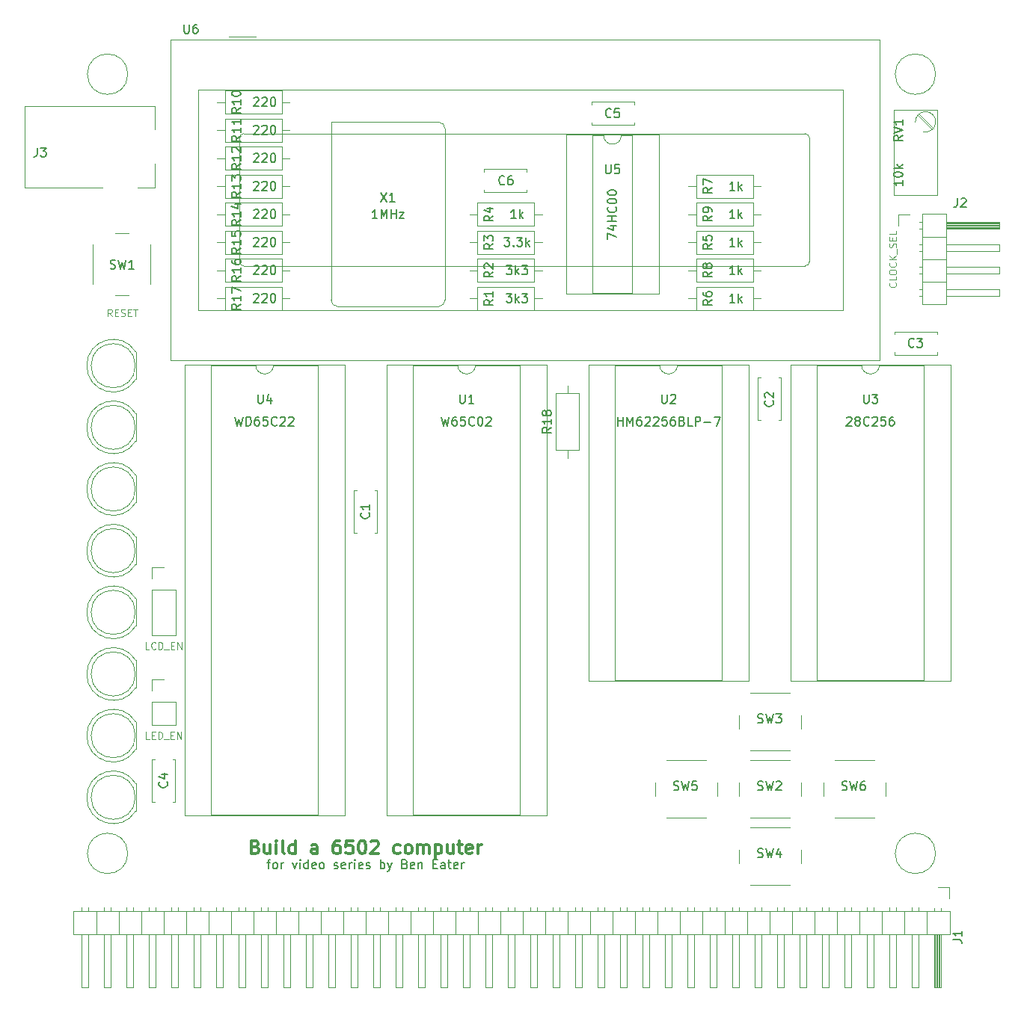
<source format=gto>
G04 #@! TF.GenerationSoftware,KiCad,Pcbnew,(5.1.5)-3*
G04 #@! TF.CreationDate,2020-02-15T17:47:17+01:00*
G04 #@! TF.ProjectId,BE6502 SBC,42453635-3032-4205-9342-432e6b696361,rev?*
G04 #@! TF.SameCoordinates,Original*
G04 #@! TF.FileFunction,Legend,Top*
G04 #@! TF.FilePolarity,Positive*
%FSLAX46Y46*%
G04 Gerber Fmt 4.6, Leading zero omitted, Abs format (unit mm)*
G04 Created by KiCad (PCBNEW (5.1.5)-3) date 2020-02-15 17:47:17*
%MOMM*%
%LPD*%
G04 APERTURE LIST*
%ADD10C,0.150000*%
%ADD11C,0.300000*%
%ADD12C,0.120000*%
%ADD13C,0.100000*%
G04 APERTURE END LIST*
D10*
X122183333Y-141390714D02*
X122564285Y-141390714D01*
X122326190Y-142057380D02*
X122326190Y-141200238D01*
X122373809Y-141105000D01*
X122469047Y-141057380D01*
X122564285Y-141057380D01*
X123040476Y-142057380D02*
X122945238Y-142009761D01*
X122897619Y-141962142D01*
X122850000Y-141866904D01*
X122850000Y-141581190D01*
X122897619Y-141485952D01*
X122945238Y-141438333D01*
X123040476Y-141390714D01*
X123183333Y-141390714D01*
X123278571Y-141438333D01*
X123326190Y-141485952D01*
X123373809Y-141581190D01*
X123373809Y-141866904D01*
X123326190Y-141962142D01*
X123278571Y-142009761D01*
X123183333Y-142057380D01*
X123040476Y-142057380D01*
X123802380Y-142057380D02*
X123802380Y-141390714D01*
X123802380Y-141581190D02*
X123850000Y-141485952D01*
X123897619Y-141438333D01*
X123992857Y-141390714D01*
X124088095Y-141390714D01*
X125088095Y-141390714D02*
X125326190Y-142057380D01*
X125564285Y-141390714D01*
X125945238Y-142057380D02*
X125945238Y-141390714D01*
X125945238Y-141057380D02*
X125897619Y-141105000D01*
X125945238Y-141152619D01*
X125992857Y-141105000D01*
X125945238Y-141057380D01*
X125945238Y-141152619D01*
X126850000Y-142057380D02*
X126850000Y-141057380D01*
X126850000Y-142009761D02*
X126754761Y-142057380D01*
X126564285Y-142057380D01*
X126469047Y-142009761D01*
X126421428Y-141962142D01*
X126373809Y-141866904D01*
X126373809Y-141581190D01*
X126421428Y-141485952D01*
X126469047Y-141438333D01*
X126564285Y-141390714D01*
X126754761Y-141390714D01*
X126850000Y-141438333D01*
X127707142Y-142009761D02*
X127611904Y-142057380D01*
X127421428Y-142057380D01*
X127326190Y-142009761D01*
X127278571Y-141914523D01*
X127278571Y-141533571D01*
X127326190Y-141438333D01*
X127421428Y-141390714D01*
X127611904Y-141390714D01*
X127707142Y-141438333D01*
X127754761Y-141533571D01*
X127754761Y-141628809D01*
X127278571Y-141724047D01*
X128326190Y-142057380D02*
X128230952Y-142009761D01*
X128183333Y-141962142D01*
X128135714Y-141866904D01*
X128135714Y-141581190D01*
X128183333Y-141485952D01*
X128230952Y-141438333D01*
X128326190Y-141390714D01*
X128469047Y-141390714D01*
X128564285Y-141438333D01*
X128611904Y-141485952D01*
X128659523Y-141581190D01*
X128659523Y-141866904D01*
X128611904Y-141962142D01*
X128564285Y-142009761D01*
X128469047Y-142057380D01*
X128326190Y-142057380D01*
X129802380Y-142009761D02*
X129897619Y-142057380D01*
X130088095Y-142057380D01*
X130183333Y-142009761D01*
X130230952Y-141914523D01*
X130230952Y-141866904D01*
X130183333Y-141771666D01*
X130088095Y-141724047D01*
X129945238Y-141724047D01*
X129850000Y-141676428D01*
X129802380Y-141581190D01*
X129802380Y-141533571D01*
X129850000Y-141438333D01*
X129945238Y-141390714D01*
X130088095Y-141390714D01*
X130183333Y-141438333D01*
X131040476Y-142009761D02*
X130945238Y-142057380D01*
X130754761Y-142057380D01*
X130659523Y-142009761D01*
X130611904Y-141914523D01*
X130611904Y-141533571D01*
X130659523Y-141438333D01*
X130754761Y-141390714D01*
X130945238Y-141390714D01*
X131040476Y-141438333D01*
X131088095Y-141533571D01*
X131088095Y-141628809D01*
X130611904Y-141724047D01*
X131516666Y-142057380D02*
X131516666Y-141390714D01*
X131516666Y-141581190D02*
X131564285Y-141485952D01*
X131611904Y-141438333D01*
X131707142Y-141390714D01*
X131802380Y-141390714D01*
X132135714Y-142057380D02*
X132135714Y-141390714D01*
X132135714Y-141057380D02*
X132088095Y-141105000D01*
X132135714Y-141152619D01*
X132183333Y-141105000D01*
X132135714Y-141057380D01*
X132135714Y-141152619D01*
X132992857Y-142009761D02*
X132897619Y-142057380D01*
X132707142Y-142057380D01*
X132611904Y-142009761D01*
X132564285Y-141914523D01*
X132564285Y-141533571D01*
X132611904Y-141438333D01*
X132707142Y-141390714D01*
X132897619Y-141390714D01*
X132992857Y-141438333D01*
X133040476Y-141533571D01*
X133040476Y-141628809D01*
X132564285Y-141724047D01*
X133421428Y-142009761D02*
X133516666Y-142057380D01*
X133707142Y-142057380D01*
X133802380Y-142009761D01*
X133850000Y-141914523D01*
X133850000Y-141866904D01*
X133802380Y-141771666D01*
X133707142Y-141724047D01*
X133564285Y-141724047D01*
X133469047Y-141676428D01*
X133421428Y-141581190D01*
X133421428Y-141533571D01*
X133469047Y-141438333D01*
X133564285Y-141390714D01*
X133707142Y-141390714D01*
X133802380Y-141438333D01*
X135040476Y-142057380D02*
X135040476Y-141057380D01*
X135040476Y-141438333D02*
X135135714Y-141390714D01*
X135326190Y-141390714D01*
X135421428Y-141438333D01*
X135469047Y-141485952D01*
X135516666Y-141581190D01*
X135516666Y-141866904D01*
X135469047Y-141962142D01*
X135421428Y-142009761D01*
X135326190Y-142057380D01*
X135135714Y-142057380D01*
X135040476Y-142009761D01*
X135850000Y-141390714D02*
X136088095Y-142057380D01*
X136326190Y-141390714D02*
X136088095Y-142057380D01*
X135992857Y-142295476D01*
X135945238Y-142343095D01*
X135850000Y-142390714D01*
X137802380Y-141533571D02*
X137945238Y-141581190D01*
X137992857Y-141628809D01*
X138040476Y-141724047D01*
X138040476Y-141866904D01*
X137992857Y-141962142D01*
X137945238Y-142009761D01*
X137850000Y-142057380D01*
X137469047Y-142057380D01*
X137469047Y-141057380D01*
X137802380Y-141057380D01*
X137897619Y-141105000D01*
X137945238Y-141152619D01*
X137992857Y-141247857D01*
X137992857Y-141343095D01*
X137945238Y-141438333D01*
X137897619Y-141485952D01*
X137802380Y-141533571D01*
X137469047Y-141533571D01*
X138850000Y-142009761D02*
X138754761Y-142057380D01*
X138564285Y-142057380D01*
X138469047Y-142009761D01*
X138421428Y-141914523D01*
X138421428Y-141533571D01*
X138469047Y-141438333D01*
X138564285Y-141390714D01*
X138754761Y-141390714D01*
X138850000Y-141438333D01*
X138897619Y-141533571D01*
X138897619Y-141628809D01*
X138421428Y-141724047D01*
X139326190Y-141390714D02*
X139326190Y-142057380D01*
X139326190Y-141485952D02*
X139373809Y-141438333D01*
X139469047Y-141390714D01*
X139611904Y-141390714D01*
X139707142Y-141438333D01*
X139754761Y-141533571D01*
X139754761Y-142057380D01*
X140992857Y-141533571D02*
X141326190Y-141533571D01*
X141469047Y-142057380D02*
X140992857Y-142057380D01*
X140992857Y-141057380D01*
X141469047Y-141057380D01*
X142326190Y-142057380D02*
X142326190Y-141533571D01*
X142278571Y-141438333D01*
X142183333Y-141390714D01*
X141992857Y-141390714D01*
X141897619Y-141438333D01*
X142326190Y-142009761D02*
X142230952Y-142057380D01*
X141992857Y-142057380D01*
X141897619Y-142009761D01*
X141850000Y-141914523D01*
X141850000Y-141819285D01*
X141897619Y-141724047D01*
X141992857Y-141676428D01*
X142230952Y-141676428D01*
X142326190Y-141628809D01*
X142659523Y-141390714D02*
X143040476Y-141390714D01*
X142802380Y-141057380D02*
X142802380Y-141914523D01*
X142850000Y-142009761D01*
X142945238Y-142057380D01*
X143040476Y-142057380D01*
X143754761Y-142009761D02*
X143659523Y-142057380D01*
X143469047Y-142057380D01*
X143373809Y-142009761D01*
X143326190Y-141914523D01*
X143326190Y-141533571D01*
X143373809Y-141438333D01*
X143469047Y-141390714D01*
X143659523Y-141390714D01*
X143754761Y-141438333D01*
X143802380Y-141533571D01*
X143802380Y-141628809D01*
X143326190Y-141724047D01*
X144230952Y-142057380D02*
X144230952Y-141390714D01*
X144230952Y-141581190D02*
X144278571Y-141485952D01*
X144326190Y-141438333D01*
X144421428Y-141390714D01*
X144516666Y-141390714D01*
D11*
X120885714Y-139592857D02*
X121100000Y-139664285D01*
X121171428Y-139735714D01*
X121242857Y-139878571D01*
X121242857Y-140092857D01*
X121171428Y-140235714D01*
X121100000Y-140307142D01*
X120957142Y-140378571D01*
X120385714Y-140378571D01*
X120385714Y-138878571D01*
X120885714Y-138878571D01*
X121028571Y-138950000D01*
X121100000Y-139021428D01*
X121171428Y-139164285D01*
X121171428Y-139307142D01*
X121100000Y-139450000D01*
X121028571Y-139521428D01*
X120885714Y-139592857D01*
X120385714Y-139592857D01*
X122528571Y-139378571D02*
X122528571Y-140378571D01*
X121885714Y-139378571D02*
X121885714Y-140164285D01*
X121957142Y-140307142D01*
X122100000Y-140378571D01*
X122314285Y-140378571D01*
X122457142Y-140307142D01*
X122528571Y-140235714D01*
X123242857Y-140378571D02*
X123242857Y-139378571D01*
X123242857Y-138878571D02*
X123171428Y-138950000D01*
X123242857Y-139021428D01*
X123314285Y-138950000D01*
X123242857Y-138878571D01*
X123242857Y-139021428D01*
X124171428Y-140378571D02*
X124028571Y-140307142D01*
X123957142Y-140164285D01*
X123957142Y-138878571D01*
X125385714Y-140378571D02*
X125385714Y-138878571D01*
X125385714Y-140307142D02*
X125242857Y-140378571D01*
X124957142Y-140378571D01*
X124814285Y-140307142D01*
X124742857Y-140235714D01*
X124671428Y-140092857D01*
X124671428Y-139664285D01*
X124742857Y-139521428D01*
X124814285Y-139450000D01*
X124957142Y-139378571D01*
X125242857Y-139378571D01*
X125385714Y-139450000D01*
X127885714Y-140378571D02*
X127885714Y-139592857D01*
X127814285Y-139450000D01*
X127671428Y-139378571D01*
X127385714Y-139378571D01*
X127242857Y-139450000D01*
X127885714Y-140307142D02*
X127742857Y-140378571D01*
X127385714Y-140378571D01*
X127242857Y-140307142D01*
X127171428Y-140164285D01*
X127171428Y-140021428D01*
X127242857Y-139878571D01*
X127385714Y-139807142D01*
X127742857Y-139807142D01*
X127885714Y-139735714D01*
X130385714Y-138878571D02*
X130100000Y-138878571D01*
X129957142Y-138950000D01*
X129885714Y-139021428D01*
X129742857Y-139235714D01*
X129671428Y-139521428D01*
X129671428Y-140092857D01*
X129742857Y-140235714D01*
X129814285Y-140307142D01*
X129957142Y-140378571D01*
X130242857Y-140378571D01*
X130385714Y-140307142D01*
X130457142Y-140235714D01*
X130528571Y-140092857D01*
X130528571Y-139735714D01*
X130457142Y-139592857D01*
X130385714Y-139521428D01*
X130242857Y-139450000D01*
X129957142Y-139450000D01*
X129814285Y-139521428D01*
X129742857Y-139592857D01*
X129671428Y-139735714D01*
X131885714Y-138878571D02*
X131171428Y-138878571D01*
X131100000Y-139592857D01*
X131171428Y-139521428D01*
X131314285Y-139450000D01*
X131671428Y-139450000D01*
X131814285Y-139521428D01*
X131885714Y-139592857D01*
X131957142Y-139735714D01*
X131957142Y-140092857D01*
X131885714Y-140235714D01*
X131814285Y-140307142D01*
X131671428Y-140378571D01*
X131314285Y-140378571D01*
X131171428Y-140307142D01*
X131100000Y-140235714D01*
X132885714Y-138878571D02*
X133028571Y-138878571D01*
X133171428Y-138950000D01*
X133242857Y-139021428D01*
X133314285Y-139164285D01*
X133385714Y-139450000D01*
X133385714Y-139807142D01*
X133314285Y-140092857D01*
X133242857Y-140235714D01*
X133171428Y-140307142D01*
X133028571Y-140378571D01*
X132885714Y-140378571D01*
X132742857Y-140307142D01*
X132671428Y-140235714D01*
X132600000Y-140092857D01*
X132528571Y-139807142D01*
X132528571Y-139450000D01*
X132600000Y-139164285D01*
X132671428Y-139021428D01*
X132742857Y-138950000D01*
X132885714Y-138878571D01*
X133957142Y-139021428D02*
X134028571Y-138950000D01*
X134171428Y-138878571D01*
X134528571Y-138878571D01*
X134671428Y-138950000D01*
X134742857Y-139021428D01*
X134814285Y-139164285D01*
X134814285Y-139307142D01*
X134742857Y-139521428D01*
X133885714Y-140378571D01*
X134814285Y-140378571D01*
X137242857Y-140307142D02*
X137100000Y-140378571D01*
X136814285Y-140378571D01*
X136671428Y-140307142D01*
X136600000Y-140235714D01*
X136528571Y-140092857D01*
X136528571Y-139664285D01*
X136600000Y-139521428D01*
X136671428Y-139450000D01*
X136814285Y-139378571D01*
X137100000Y-139378571D01*
X137242857Y-139450000D01*
X138100000Y-140378571D02*
X137957142Y-140307142D01*
X137885714Y-140235714D01*
X137814285Y-140092857D01*
X137814285Y-139664285D01*
X137885714Y-139521428D01*
X137957142Y-139450000D01*
X138100000Y-139378571D01*
X138314285Y-139378571D01*
X138457142Y-139450000D01*
X138528571Y-139521428D01*
X138600000Y-139664285D01*
X138600000Y-140092857D01*
X138528571Y-140235714D01*
X138457142Y-140307142D01*
X138314285Y-140378571D01*
X138100000Y-140378571D01*
X139242857Y-140378571D02*
X139242857Y-139378571D01*
X139242857Y-139521428D02*
X139314285Y-139450000D01*
X139457142Y-139378571D01*
X139671428Y-139378571D01*
X139814285Y-139450000D01*
X139885714Y-139592857D01*
X139885714Y-140378571D01*
X139885714Y-139592857D02*
X139957142Y-139450000D01*
X140100000Y-139378571D01*
X140314285Y-139378571D01*
X140457142Y-139450000D01*
X140528571Y-139592857D01*
X140528571Y-140378571D01*
X141242857Y-139378571D02*
X141242857Y-140878571D01*
X141242857Y-139450000D02*
X141385714Y-139378571D01*
X141671428Y-139378571D01*
X141814285Y-139450000D01*
X141885714Y-139521428D01*
X141957142Y-139664285D01*
X141957142Y-140092857D01*
X141885714Y-140235714D01*
X141814285Y-140307142D01*
X141671428Y-140378571D01*
X141385714Y-140378571D01*
X141242857Y-140307142D01*
X143242857Y-139378571D02*
X143242857Y-140378571D01*
X142600000Y-139378571D02*
X142600000Y-140164285D01*
X142671428Y-140307142D01*
X142814285Y-140378571D01*
X143028571Y-140378571D01*
X143171428Y-140307142D01*
X143242857Y-140235714D01*
X143742857Y-139378571D02*
X144314285Y-139378571D01*
X143957142Y-138878571D02*
X143957142Y-140164285D01*
X144028571Y-140307142D01*
X144171428Y-140378571D01*
X144314285Y-140378571D01*
X145385714Y-140307142D02*
X145242857Y-140378571D01*
X144957142Y-140378571D01*
X144814285Y-140307142D01*
X144742857Y-140164285D01*
X144742857Y-139592857D01*
X144814285Y-139450000D01*
X144957142Y-139378571D01*
X145242857Y-139378571D01*
X145385714Y-139450000D01*
X145457142Y-139592857D01*
X145457142Y-139735714D01*
X144742857Y-139878571D01*
X146100000Y-140378571D02*
X146100000Y-139378571D01*
X146100000Y-139664285D02*
X146171428Y-139521428D01*
X146242857Y-139450000D01*
X146385714Y-139378571D01*
X146528571Y-139378571D01*
D12*
X199450000Y-146855000D02*
X100270000Y-146855000D01*
X100270000Y-146855000D02*
X100270000Y-149515000D01*
X100270000Y-149515000D02*
X199450000Y-149515000D01*
X199450000Y-149515000D02*
X199450000Y-146855000D01*
X198500000Y-149515000D02*
X198500000Y-155515000D01*
X198500000Y-155515000D02*
X197740000Y-155515000D01*
X197740000Y-155515000D02*
X197740000Y-149515000D01*
X198440000Y-149515000D02*
X198440000Y-155515000D01*
X198320000Y-149515000D02*
X198320000Y-155515000D01*
X198200000Y-149515000D02*
X198200000Y-155515000D01*
X198080000Y-149515000D02*
X198080000Y-155515000D01*
X197960000Y-149515000D02*
X197960000Y-155515000D01*
X197840000Y-149515000D02*
X197840000Y-155515000D01*
X198500000Y-146525000D02*
X198500000Y-146855000D01*
X197740000Y-146525000D02*
X197740000Y-146855000D01*
X196850000Y-146855000D02*
X196850000Y-149515000D01*
X195960000Y-149515000D02*
X195960000Y-155515000D01*
X195960000Y-155515000D02*
X195200000Y-155515000D01*
X195200000Y-155515000D02*
X195200000Y-149515000D01*
X195960000Y-146457929D02*
X195960000Y-146855000D01*
X195200000Y-146457929D02*
X195200000Y-146855000D01*
X194310000Y-146855000D02*
X194310000Y-149515000D01*
X193420000Y-149515000D02*
X193420000Y-155515000D01*
X193420000Y-155515000D02*
X192660000Y-155515000D01*
X192660000Y-155515000D02*
X192660000Y-149515000D01*
X193420000Y-146457929D02*
X193420000Y-146855000D01*
X192660000Y-146457929D02*
X192660000Y-146855000D01*
X191770000Y-146855000D02*
X191770000Y-149515000D01*
X190880000Y-149515000D02*
X190880000Y-155515000D01*
X190880000Y-155515000D02*
X190120000Y-155515000D01*
X190120000Y-155515000D02*
X190120000Y-149515000D01*
X190880000Y-146457929D02*
X190880000Y-146855000D01*
X190120000Y-146457929D02*
X190120000Y-146855000D01*
X189230000Y-146855000D02*
X189230000Y-149515000D01*
X188340000Y-149515000D02*
X188340000Y-155515000D01*
X188340000Y-155515000D02*
X187580000Y-155515000D01*
X187580000Y-155515000D02*
X187580000Y-149515000D01*
X188340000Y-146457929D02*
X188340000Y-146855000D01*
X187580000Y-146457929D02*
X187580000Y-146855000D01*
X186690000Y-146855000D02*
X186690000Y-149515000D01*
X185800000Y-149515000D02*
X185800000Y-155515000D01*
X185800000Y-155515000D02*
X185040000Y-155515000D01*
X185040000Y-155515000D02*
X185040000Y-149515000D01*
X185800000Y-146457929D02*
X185800000Y-146855000D01*
X185040000Y-146457929D02*
X185040000Y-146855000D01*
X184150000Y-146855000D02*
X184150000Y-149515000D01*
X183260000Y-149515000D02*
X183260000Y-155515000D01*
X183260000Y-155515000D02*
X182500000Y-155515000D01*
X182500000Y-155515000D02*
X182500000Y-149515000D01*
X183260000Y-146457929D02*
X183260000Y-146855000D01*
X182500000Y-146457929D02*
X182500000Y-146855000D01*
X181610000Y-146855000D02*
X181610000Y-149515000D01*
X180720000Y-149515000D02*
X180720000Y-155515000D01*
X180720000Y-155515000D02*
X179960000Y-155515000D01*
X179960000Y-155515000D02*
X179960000Y-149515000D01*
X180720000Y-146457929D02*
X180720000Y-146855000D01*
X179960000Y-146457929D02*
X179960000Y-146855000D01*
X179070000Y-146855000D02*
X179070000Y-149515000D01*
X178180000Y-149515000D02*
X178180000Y-155515000D01*
X178180000Y-155515000D02*
X177420000Y-155515000D01*
X177420000Y-155515000D02*
X177420000Y-149515000D01*
X178180000Y-146457929D02*
X178180000Y-146855000D01*
X177420000Y-146457929D02*
X177420000Y-146855000D01*
X176530000Y-146855000D02*
X176530000Y-149515000D01*
X175640000Y-149515000D02*
X175640000Y-155515000D01*
X175640000Y-155515000D02*
X174880000Y-155515000D01*
X174880000Y-155515000D02*
X174880000Y-149515000D01*
X175640000Y-146457929D02*
X175640000Y-146855000D01*
X174880000Y-146457929D02*
X174880000Y-146855000D01*
X173990000Y-146855000D02*
X173990000Y-149515000D01*
X173100000Y-149515000D02*
X173100000Y-155515000D01*
X173100000Y-155515000D02*
X172340000Y-155515000D01*
X172340000Y-155515000D02*
X172340000Y-149515000D01*
X173100000Y-146457929D02*
X173100000Y-146855000D01*
X172340000Y-146457929D02*
X172340000Y-146855000D01*
X171450000Y-146855000D02*
X171450000Y-149515000D01*
X170560000Y-149515000D02*
X170560000Y-155515000D01*
X170560000Y-155515000D02*
X169800000Y-155515000D01*
X169800000Y-155515000D02*
X169800000Y-149515000D01*
X170560000Y-146457929D02*
X170560000Y-146855000D01*
X169800000Y-146457929D02*
X169800000Y-146855000D01*
X168910000Y-146855000D02*
X168910000Y-149515000D01*
X168020000Y-149515000D02*
X168020000Y-155515000D01*
X168020000Y-155515000D02*
X167260000Y-155515000D01*
X167260000Y-155515000D02*
X167260000Y-149515000D01*
X168020000Y-146457929D02*
X168020000Y-146855000D01*
X167260000Y-146457929D02*
X167260000Y-146855000D01*
X166370000Y-146855000D02*
X166370000Y-149515000D01*
X165480000Y-149515000D02*
X165480000Y-155515000D01*
X165480000Y-155515000D02*
X164720000Y-155515000D01*
X164720000Y-155515000D02*
X164720000Y-149515000D01*
X165480000Y-146457929D02*
X165480000Y-146855000D01*
X164720000Y-146457929D02*
X164720000Y-146855000D01*
X163830000Y-146855000D02*
X163830000Y-149515000D01*
X162940000Y-149515000D02*
X162940000Y-155515000D01*
X162940000Y-155515000D02*
X162180000Y-155515000D01*
X162180000Y-155515000D02*
X162180000Y-149515000D01*
X162940000Y-146457929D02*
X162940000Y-146855000D01*
X162180000Y-146457929D02*
X162180000Y-146855000D01*
X161290000Y-146855000D02*
X161290000Y-149515000D01*
X160400000Y-149515000D02*
X160400000Y-155515000D01*
X160400000Y-155515000D02*
X159640000Y-155515000D01*
X159640000Y-155515000D02*
X159640000Y-149515000D01*
X160400000Y-146457929D02*
X160400000Y-146855000D01*
X159640000Y-146457929D02*
X159640000Y-146855000D01*
X158750000Y-146855000D02*
X158750000Y-149515000D01*
X157860000Y-149515000D02*
X157860000Y-155515000D01*
X157860000Y-155515000D02*
X157100000Y-155515000D01*
X157100000Y-155515000D02*
X157100000Y-149515000D01*
X157860000Y-146457929D02*
X157860000Y-146855000D01*
X157100000Y-146457929D02*
X157100000Y-146855000D01*
X156210000Y-146855000D02*
X156210000Y-149515000D01*
X155320000Y-149515000D02*
X155320000Y-155515000D01*
X155320000Y-155515000D02*
X154560000Y-155515000D01*
X154560000Y-155515000D02*
X154560000Y-149515000D01*
X155320000Y-146457929D02*
X155320000Y-146855000D01*
X154560000Y-146457929D02*
X154560000Y-146855000D01*
X153670000Y-146855000D02*
X153670000Y-149515000D01*
X152780000Y-149515000D02*
X152780000Y-155515000D01*
X152780000Y-155515000D02*
X152020000Y-155515000D01*
X152020000Y-155515000D02*
X152020000Y-149515000D01*
X152780000Y-146457929D02*
X152780000Y-146855000D01*
X152020000Y-146457929D02*
X152020000Y-146855000D01*
X151130000Y-146855000D02*
X151130000Y-149515000D01*
X150240000Y-149515000D02*
X150240000Y-155515000D01*
X150240000Y-155515000D02*
X149480000Y-155515000D01*
X149480000Y-155515000D02*
X149480000Y-149515000D01*
X150240000Y-146457929D02*
X150240000Y-146855000D01*
X149480000Y-146457929D02*
X149480000Y-146855000D01*
X148590000Y-146855000D02*
X148590000Y-149515000D01*
X147700000Y-149515000D02*
X147700000Y-155515000D01*
X147700000Y-155515000D02*
X146940000Y-155515000D01*
X146940000Y-155515000D02*
X146940000Y-149515000D01*
X147700000Y-146457929D02*
X147700000Y-146855000D01*
X146940000Y-146457929D02*
X146940000Y-146855000D01*
X146050000Y-146855000D02*
X146050000Y-149515000D01*
X145160000Y-149515000D02*
X145160000Y-155515000D01*
X145160000Y-155515000D02*
X144400000Y-155515000D01*
X144400000Y-155515000D02*
X144400000Y-149515000D01*
X145160000Y-146457929D02*
X145160000Y-146855000D01*
X144400000Y-146457929D02*
X144400000Y-146855000D01*
X143510000Y-146855000D02*
X143510000Y-149515000D01*
X142620000Y-149515000D02*
X142620000Y-155515000D01*
X142620000Y-155515000D02*
X141860000Y-155515000D01*
X141860000Y-155515000D02*
X141860000Y-149515000D01*
X142620000Y-146457929D02*
X142620000Y-146855000D01*
X141860000Y-146457929D02*
X141860000Y-146855000D01*
X140970000Y-146855000D02*
X140970000Y-149515000D01*
X140080000Y-149515000D02*
X140080000Y-155515000D01*
X140080000Y-155515000D02*
X139320000Y-155515000D01*
X139320000Y-155515000D02*
X139320000Y-149515000D01*
X140080000Y-146457929D02*
X140080000Y-146855000D01*
X139320000Y-146457929D02*
X139320000Y-146855000D01*
X138430000Y-146855000D02*
X138430000Y-149515000D01*
X137540000Y-149515000D02*
X137540000Y-155515000D01*
X137540000Y-155515000D02*
X136780000Y-155515000D01*
X136780000Y-155515000D02*
X136780000Y-149515000D01*
X137540000Y-146457929D02*
X137540000Y-146855000D01*
X136780000Y-146457929D02*
X136780000Y-146855000D01*
X135890000Y-146855000D02*
X135890000Y-149515000D01*
X135000000Y-149515000D02*
X135000000Y-155515000D01*
X135000000Y-155515000D02*
X134240000Y-155515000D01*
X134240000Y-155515000D02*
X134240000Y-149515000D01*
X135000000Y-146457929D02*
X135000000Y-146855000D01*
X134240000Y-146457929D02*
X134240000Y-146855000D01*
X133350000Y-146855000D02*
X133350000Y-149515000D01*
X132460000Y-149515000D02*
X132460000Y-155515000D01*
X132460000Y-155515000D02*
X131700000Y-155515000D01*
X131700000Y-155515000D02*
X131700000Y-149515000D01*
X132460000Y-146457929D02*
X132460000Y-146855000D01*
X131700000Y-146457929D02*
X131700000Y-146855000D01*
X130810000Y-146855000D02*
X130810000Y-149515000D01*
X129920000Y-149515000D02*
X129920000Y-155515000D01*
X129920000Y-155515000D02*
X129160000Y-155515000D01*
X129160000Y-155515000D02*
X129160000Y-149515000D01*
X129920000Y-146457929D02*
X129920000Y-146855000D01*
X129160000Y-146457929D02*
X129160000Y-146855000D01*
X128270000Y-146855000D02*
X128270000Y-149515000D01*
X127380000Y-149515000D02*
X127380000Y-155515000D01*
X127380000Y-155515000D02*
X126620000Y-155515000D01*
X126620000Y-155515000D02*
X126620000Y-149515000D01*
X127380000Y-146457929D02*
X127380000Y-146855000D01*
X126620000Y-146457929D02*
X126620000Y-146855000D01*
X125730000Y-146855000D02*
X125730000Y-149515000D01*
X124840000Y-149515000D02*
X124840000Y-155515000D01*
X124840000Y-155515000D02*
X124080000Y-155515000D01*
X124080000Y-155515000D02*
X124080000Y-149515000D01*
X124840000Y-146457929D02*
X124840000Y-146855000D01*
X124080000Y-146457929D02*
X124080000Y-146855000D01*
X123190000Y-146855000D02*
X123190000Y-149515000D01*
X122300000Y-149515000D02*
X122300000Y-155515000D01*
X122300000Y-155515000D02*
X121540000Y-155515000D01*
X121540000Y-155515000D02*
X121540000Y-149515000D01*
X122300000Y-146457929D02*
X122300000Y-146855000D01*
X121540000Y-146457929D02*
X121540000Y-146855000D01*
X120650000Y-146855000D02*
X120650000Y-149515000D01*
X119760000Y-149515000D02*
X119760000Y-155515000D01*
X119760000Y-155515000D02*
X119000000Y-155515000D01*
X119000000Y-155515000D02*
X119000000Y-149515000D01*
X119760000Y-146457929D02*
X119760000Y-146855000D01*
X119000000Y-146457929D02*
X119000000Y-146855000D01*
X118110000Y-146855000D02*
X118110000Y-149515000D01*
X117220000Y-149515000D02*
X117220000Y-155515000D01*
X117220000Y-155515000D02*
X116460000Y-155515000D01*
X116460000Y-155515000D02*
X116460000Y-149515000D01*
X117220000Y-146457929D02*
X117220000Y-146855000D01*
X116460000Y-146457929D02*
X116460000Y-146855000D01*
X115570000Y-146855000D02*
X115570000Y-149515000D01*
X114680000Y-149515000D02*
X114680000Y-155515000D01*
X114680000Y-155515000D02*
X113920000Y-155515000D01*
X113920000Y-155515000D02*
X113920000Y-149515000D01*
X114680000Y-146457929D02*
X114680000Y-146855000D01*
X113920000Y-146457929D02*
X113920000Y-146855000D01*
X113030000Y-146855000D02*
X113030000Y-149515000D01*
X112140000Y-149515000D02*
X112140000Y-155515000D01*
X112140000Y-155515000D02*
X111380000Y-155515000D01*
X111380000Y-155515000D02*
X111380000Y-149515000D01*
X112140000Y-146457929D02*
X112140000Y-146855000D01*
X111380000Y-146457929D02*
X111380000Y-146855000D01*
X110490000Y-146855000D02*
X110490000Y-149515000D01*
X109600000Y-149515000D02*
X109600000Y-155515000D01*
X109600000Y-155515000D02*
X108840000Y-155515000D01*
X108840000Y-155515000D02*
X108840000Y-149515000D01*
X109600000Y-146457929D02*
X109600000Y-146855000D01*
X108840000Y-146457929D02*
X108840000Y-146855000D01*
X107950000Y-146855000D02*
X107950000Y-149515000D01*
X107060000Y-149515000D02*
X107060000Y-155515000D01*
X107060000Y-155515000D02*
X106300000Y-155515000D01*
X106300000Y-155515000D02*
X106300000Y-149515000D01*
X107060000Y-146457929D02*
X107060000Y-146855000D01*
X106300000Y-146457929D02*
X106300000Y-146855000D01*
X105410000Y-146855000D02*
X105410000Y-149515000D01*
X104520000Y-149515000D02*
X104520000Y-155515000D01*
X104520000Y-155515000D02*
X103760000Y-155515000D01*
X103760000Y-155515000D02*
X103760000Y-149515000D01*
X104520000Y-146457929D02*
X104520000Y-146855000D01*
X103760000Y-146457929D02*
X103760000Y-146855000D01*
X102870000Y-146855000D02*
X102870000Y-149515000D01*
X101980000Y-149515000D02*
X101980000Y-155515000D01*
X101980000Y-155515000D02*
X101220000Y-155515000D01*
X101220000Y-155515000D02*
X101220000Y-149515000D01*
X101980000Y-146457929D02*
X101980000Y-146855000D01*
X101220000Y-146457929D02*
X101220000Y-146855000D01*
X198120000Y-144145000D02*
X199390000Y-144145000D01*
X199390000Y-144145000D02*
X199390000Y-145415000D01*
X103585000Y-64925000D02*
X94785000Y-64925000D01*
X94785000Y-64925000D02*
X94785000Y-55725000D01*
X109485000Y-62225000D02*
X109485000Y-64925000D01*
X109485000Y-64925000D02*
X107585000Y-64925000D01*
X94785000Y-55725000D02*
X109485000Y-55725000D01*
X109485000Y-55725000D02*
X109485000Y-58325000D01*
X106426000Y-140335000D02*
G75*
G03X106426000Y-140335000I-2286000J0D01*
G01*
X197866000Y-140335000D02*
G75*
G03X197866000Y-140335000I-2286000J0D01*
G01*
X197866000Y-52070000D02*
G75*
G03X197866000Y-52070000I-2286000J0D01*
G01*
X106426000Y-52070000D02*
G75*
G03X106426000Y-52070000I-2286000J0D01*
G01*
X132040000Y-104050000D02*
X132040000Y-99230000D01*
X134660000Y-104050000D02*
X134660000Y-99230000D01*
X132040000Y-104050000D02*
X132354000Y-104050000D01*
X134346000Y-104050000D02*
X134660000Y-104050000D01*
X132040000Y-99230000D02*
X132354000Y-99230000D01*
X134346000Y-99230000D02*
X134660000Y-99230000D01*
X180380000Y-86450000D02*
X180380000Y-91270000D01*
X177760000Y-86450000D02*
X177760000Y-91270000D01*
X180380000Y-86450000D02*
X180066000Y-86450000D01*
X178074000Y-86450000D02*
X177760000Y-86450000D01*
X180380000Y-91270000D02*
X180066000Y-91270000D01*
X178074000Y-91270000D02*
X177760000Y-91270000D01*
X198030000Y-83860000D02*
X193210000Y-83860000D01*
X198030000Y-81240000D02*
X193210000Y-81240000D01*
X198030000Y-83860000D02*
X198030000Y-83546000D01*
X198030000Y-81554000D02*
X198030000Y-81240000D01*
X193210000Y-83860000D02*
X193210000Y-83546000D01*
X193210000Y-81554000D02*
X193210000Y-81240000D01*
X109180000Y-134530000D02*
X109180000Y-129710000D01*
X111800000Y-134530000D02*
X111800000Y-129710000D01*
X109180000Y-134530000D02*
X109494000Y-134530000D01*
X111486000Y-134530000D02*
X111800000Y-134530000D01*
X109180000Y-129710000D02*
X109494000Y-129710000D01*
X111486000Y-129710000D02*
X111800000Y-129710000D01*
X163740000Y-57825000D02*
X158920000Y-57825000D01*
X163740000Y-55205000D02*
X158920000Y-55205000D01*
X163740000Y-57825000D02*
X163740000Y-57511000D01*
X163740000Y-55519000D02*
X163740000Y-55205000D01*
X158920000Y-57825000D02*
X158920000Y-57511000D01*
X158920000Y-55519000D02*
X158920000Y-55205000D01*
X146775000Y-62825000D02*
X151595000Y-62825000D01*
X146775000Y-65445000D02*
X151595000Y-65445000D01*
X146775000Y-62825000D02*
X146775000Y-63139000D01*
X146775000Y-65131000D02*
X146775000Y-65445000D01*
X151595000Y-62825000D02*
X151595000Y-63139000D01*
X151595000Y-65131000D02*
X151595000Y-65445000D01*
X109160000Y-125790000D02*
X111820000Y-125790000D01*
X109160000Y-123190000D02*
X109160000Y-125790000D01*
X111820000Y-123190000D02*
X111820000Y-125790000D01*
X109160000Y-123190000D02*
X111820000Y-123190000D01*
X109160000Y-121920000D02*
X109160000Y-120590000D01*
X109160000Y-120590000D02*
X110490000Y-120590000D01*
X152435000Y-78780000D02*
X152435000Y-76160000D01*
X152435000Y-76160000D02*
X146015000Y-76160000D01*
X146015000Y-76160000D02*
X146015000Y-78780000D01*
X146015000Y-78780000D02*
X152435000Y-78780000D01*
X153325000Y-77470000D02*
X152435000Y-77470000D01*
X145125000Y-77470000D02*
X146015000Y-77470000D01*
X152435000Y-75605000D02*
X152435000Y-72985000D01*
X152435000Y-72985000D02*
X146015000Y-72985000D01*
X146015000Y-72985000D02*
X146015000Y-75605000D01*
X146015000Y-75605000D02*
X152435000Y-75605000D01*
X153325000Y-74295000D02*
X152435000Y-74295000D01*
X145125000Y-74295000D02*
X146015000Y-74295000D01*
X152435000Y-72430000D02*
X152435000Y-69810000D01*
X152435000Y-69810000D02*
X146015000Y-69810000D01*
X146015000Y-69810000D02*
X146015000Y-72430000D01*
X146015000Y-72430000D02*
X152435000Y-72430000D01*
X153325000Y-71120000D02*
X152435000Y-71120000D01*
X145125000Y-71120000D02*
X146015000Y-71120000D01*
X170780000Y-76160000D02*
X170780000Y-78780000D01*
X170780000Y-78780000D02*
X177200000Y-78780000D01*
X177200000Y-78780000D02*
X177200000Y-76160000D01*
X177200000Y-76160000D02*
X170780000Y-76160000D01*
X169890000Y-77470000D02*
X170780000Y-77470000D01*
X178090000Y-77470000D02*
X177200000Y-77470000D01*
X170780000Y-63460000D02*
X170780000Y-66080000D01*
X170780000Y-66080000D02*
X177200000Y-66080000D01*
X177200000Y-66080000D02*
X177200000Y-63460000D01*
X177200000Y-63460000D02*
X170780000Y-63460000D01*
X169890000Y-64770000D02*
X170780000Y-64770000D01*
X178090000Y-64770000D02*
X177200000Y-64770000D01*
X170780000Y-66635000D02*
X170780000Y-69255000D01*
X170780000Y-69255000D02*
X177200000Y-69255000D01*
X177200000Y-69255000D02*
X177200000Y-66635000D01*
X177200000Y-66635000D02*
X170780000Y-66635000D01*
X169890000Y-67945000D02*
X170780000Y-67945000D01*
X178090000Y-67945000D02*
X177200000Y-67945000D01*
X117440000Y-53935000D02*
X117440000Y-56555000D01*
X117440000Y-56555000D02*
X123860000Y-56555000D01*
X123860000Y-56555000D02*
X123860000Y-53935000D01*
X123860000Y-53935000D02*
X117440000Y-53935000D01*
X116550000Y-55245000D02*
X117440000Y-55245000D01*
X124750000Y-55245000D02*
X123860000Y-55245000D01*
X117440000Y-57110000D02*
X117440000Y-59730000D01*
X117440000Y-59730000D02*
X123860000Y-59730000D01*
X123860000Y-59730000D02*
X123860000Y-57110000D01*
X123860000Y-57110000D02*
X117440000Y-57110000D01*
X116550000Y-58420000D02*
X117440000Y-58420000D01*
X124750000Y-58420000D02*
X123860000Y-58420000D01*
X117440000Y-60285000D02*
X117440000Y-62905000D01*
X117440000Y-62905000D02*
X123860000Y-62905000D01*
X123860000Y-62905000D02*
X123860000Y-60285000D01*
X123860000Y-60285000D02*
X117440000Y-60285000D01*
X116550000Y-61595000D02*
X117440000Y-61595000D01*
X124750000Y-61595000D02*
X123860000Y-61595000D01*
X141590000Y-57495000D02*
X129440000Y-57495000D01*
X142340000Y-77645000D02*
X142340000Y-58245000D01*
X130190000Y-78395000D02*
X141590000Y-78395000D01*
X129440000Y-57495000D02*
X129440000Y-77645000D01*
X129440000Y-77645000D02*
G75*
G03X130190000Y-78395000I750000J0D01*
G01*
X141590000Y-78395000D02*
G75*
G03X142340000Y-77645000I0J750000D01*
G01*
X142340000Y-58245000D02*
G75*
G03X141590000Y-57495000I-750000J0D01*
G01*
X101785000Y-85089538D02*
G75*
G03X107335000Y-86634830I2990000J-462D01*
G01*
X101785000Y-85090462D02*
G75*
G02X107335000Y-83545170I2990000J462D01*
G01*
X107275000Y-85090000D02*
G75*
G03X107275000Y-85090000I-2500000J0D01*
G01*
X107335000Y-86635000D02*
X107335000Y-83545000D01*
X101785000Y-92074538D02*
G75*
G03X107335000Y-93619830I2990000J-462D01*
G01*
X101785000Y-92075462D02*
G75*
G02X107335000Y-90530170I2990000J462D01*
G01*
X107275000Y-92075000D02*
G75*
G03X107275000Y-92075000I-2500000J0D01*
G01*
X107335000Y-93620000D02*
X107335000Y-90530000D01*
X101785000Y-99059538D02*
G75*
G03X107335000Y-100604830I2990000J-462D01*
G01*
X101785000Y-99060462D02*
G75*
G02X107335000Y-97515170I2990000J462D01*
G01*
X107275000Y-99060000D02*
G75*
G03X107275000Y-99060000I-2500000J0D01*
G01*
X107335000Y-100605000D02*
X107335000Y-97515000D01*
X101785000Y-106044538D02*
G75*
G03X107335000Y-107589830I2990000J-462D01*
G01*
X101785000Y-106045462D02*
G75*
G02X107335000Y-104500170I2990000J462D01*
G01*
X107275000Y-106045000D02*
G75*
G03X107275000Y-106045000I-2500000J0D01*
G01*
X107335000Y-107590000D02*
X107335000Y-104500000D01*
X101785000Y-113029538D02*
G75*
G03X107335000Y-114574830I2990000J-462D01*
G01*
X101785000Y-113030462D02*
G75*
G02X107335000Y-111485170I2990000J462D01*
G01*
X107275000Y-113030000D02*
G75*
G03X107275000Y-113030000I-2500000J0D01*
G01*
X107335000Y-114575000D02*
X107335000Y-111485000D01*
X101785000Y-120014538D02*
G75*
G03X107335000Y-121559830I2990000J-462D01*
G01*
X101785000Y-120015462D02*
G75*
G02X107335000Y-118470170I2990000J462D01*
G01*
X107275000Y-120015000D02*
G75*
G03X107275000Y-120015000I-2500000J0D01*
G01*
X107335000Y-121560000D02*
X107335000Y-118470000D01*
X101785000Y-126999538D02*
G75*
G03X107335000Y-128544830I2990000J-462D01*
G01*
X101785000Y-127000462D02*
G75*
G02X107335000Y-125455170I2990000J462D01*
G01*
X107275000Y-127000000D02*
G75*
G03X107275000Y-127000000I-2500000J0D01*
G01*
X107335000Y-128545000D02*
X107335000Y-125455000D01*
X101785000Y-133984538D02*
G75*
G03X107335000Y-135529830I2990000J-462D01*
G01*
X101785000Y-133985462D02*
G75*
G02X107335000Y-132440170I2990000J462D01*
G01*
X107275000Y-133985000D02*
G75*
G03X107275000Y-133985000I-2500000J0D01*
G01*
X107335000Y-135530000D02*
X107335000Y-132440000D01*
X109160000Y-115630000D02*
X111820000Y-115630000D01*
X109160000Y-110490000D02*
X109160000Y-115630000D01*
X111820000Y-110490000D02*
X111820000Y-115630000D01*
X109160000Y-110490000D02*
X111820000Y-110490000D01*
X109160000Y-109220000D02*
X109160000Y-107890000D01*
X109160000Y-107890000D02*
X110490000Y-107890000D01*
X152435000Y-69255000D02*
X152435000Y-66635000D01*
X152435000Y-66635000D02*
X146015000Y-66635000D01*
X146015000Y-66635000D02*
X146015000Y-69255000D01*
X146015000Y-69255000D02*
X152435000Y-69255000D01*
X153325000Y-67945000D02*
X152435000Y-67945000D01*
X145125000Y-67945000D02*
X146015000Y-67945000D01*
X170780000Y-69810000D02*
X170780000Y-72430000D01*
X170780000Y-72430000D02*
X177200000Y-72430000D01*
X177200000Y-72430000D02*
X177200000Y-69810000D01*
X177200000Y-69810000D02*
X170780000Y-69810000D01*
X169890000Y-71120000D02*
X170780000Y-71120000D01*
X178090000Y-71120000D02*
X177200000Y-71120000D01*
X170780000Y-72985000D02*
X170780000Y-75605000D01*
X170780000Y-75605000D02*
X177200000Y-75605000D01*
X177200000Y-75605000D02*
X177200000Y-72985000D01*
X177200000Y-72985000D02*
X170780000Y-72985000D01*
X169890000Y-74295000D02*
X170780000Y-74295000D01*
X178090000Y-74295000D02*
X177200000Y-74295000D01*
X117440000Y-63460000D02*
X117440000Y-66080000D01*
X117440000Y-66080000D02*
X123860000Y-66080000D01*
X123860000Y-66080000D02*
X123860000Y-63460000D01*
X123860000Y-63460000D02*
X117440000Y-63460000D01*
X116550000Y-64770000D02*
X117440000Y-64770000D01*
X124750000Y-64770000D02*
X123860000Y-64770000D01*
X117440000Y-66635000D02*
X117440000Y-69255000D01*
X117440000Y-69255000D02*
X123860000Y-69255000D01*
X123860000Y-69255000D02*
X123860000Y-66635000D01*
X123860000Y-66635000D02*
X117440000Y-66635000D01*
X116550000Y-67945000D02*
X117440000Y-67945000D01*
X124750000Y-67945000D02*
X123860000Y-67945000D01*
X117440000Y-69810000D02*
X117440000Y-72430000D01*
X117440000Y-72430000D02*
X123860000Y-72430000D01*
X123860000Y-72430000D02*
X123860000Y-69810000D01*
X123860000Y-69810000D02*
X117440000Y-69810000D01*
X116550000Y-71120000D02*
X117440000Y-71120000D01*
X124750000Y-71120000D02*
X123860000Y-71120000D01*
X117440000Y-72985000D02*
X117440000Y-75605000D01*
X117440000Y-75605000D02*
X123860000Y-75605000D01*
X123860000Y-75605000D02*
X123860000Y-72985000D01*
X123860000Y-72985000D02*
X117440000Y-72985000D01*
X116550000Y-74295000D02*
X117440000Y-74295000D01*
X124750000Y-74295000D02*
X123860000Y-74295000D01*
X117440000Y-76160000D02*
X117440000Y-78780000D01*
X117440000Y-78780000D02*
X123860000Y-78780000D01*
X123860000Y-78780000D02*
X123860000Y-76160000D01*
X123860000Y-76160000D02*
X117440000Y-76160000D01*
X116550000Y-77470000D02*
X117440000Y-77470000D01*
X124750000Y-77470000D02*
X123860000Y-77470000D01*
X195575704Y-57505309D02*
G75*
G02X197885000Y-57465000I1154296J40309D01*
G01*
X197884052Y-57444879D02*
G75*
G02X196490000Y-58594000I-1154052J-20121D01*
G01*
X193110000Y-65785000D02*
X193110000Y-56135000D01*
X198061000Y-65785000D02*
X198061000Y-56135000D01*
X193110000Y-65785000D02*
X198061000Y-65785000D01*
X193110000Y-56135000D02*
X198061000Y-56135000D01*
X195996000Y-56589000D02*
X197606000Y-58200000D01*
X195855000Y-56729000D02*
X197465000Y-58341000D01*
X109005000Y-75835000D02*
X109005000Y-71335000D01*
X105005000Y-77085000D02*
X106505000Y-77085000D01*
X102505000Y-71335000D02*
X102505000Y-75835000D01*
X106505000Y-70085000D02*
X105005000Y-70085000D01*
X176895000Y-136310000D02*
X181395000Y-136310000D01*
X175645000Y-132310000D02*
X175645000Y-133810000D01*
X181395000Y-129810000D02*
X176895000Y-129810000D01*
X182645000Y-133810000D02*
X182645000Y-132310000D01*
X176895000Y-128690000D02*
X181395000Y-128690000D01*
X175645000Y-124690000D02*
X175645000Y-126190000D01*
X181395000Y-122190000D02*
X176895000Y-122190000D01*
X182645000Y-126190000D02*
X182645000Y-124690000D01*
X176895000Y-143930000D02*
X181395000Y-143930000D01*
X175645000Y-139930000D02*
X175645000Y-141430000D01*
X181395000Y-137430000D02*
X176895000Y-137430000D01*
X182645000Y-141430000D02*
X182645000Y-139930000D01*
X167370000Y-136310000D02*
X171870000Y-136310000D01*
X166120000Y-132310000D02*
X166120000Y-133810000D01*
X171870000Y-129810000D02*
X167370000Y-129810000D01*
X173120000Y-133810000D02*
X173120000Y-132310000D01*
X186420000Y-136310000D02*
X190920000Y-136310000D01*
X185170000Y-132310000D02*
X185170000Y-133810000D01*
X190920000Y-129810000D02*
X186420000Y-129810000D01*
X192170000Y-133810000D02*
X192170000Y-132310000D01*
X145780000Y-85030000D02*
G75*
G02X143780000Y-85030000I-1000000J0D01*
G01*
X143780000Y-85030000D02*
X138720000Y-85030000D01*
X138720000Y-85030000D02*
X138720000Y-135950000D01*
X138720000Y-135950000D02*
X150840000Y-135950000D01*
X150840000Y-135950000D02*
X150840000Y-85030000D01*
X150840000Y-85030000D02*
X145780000Y-85030000D01*
X135720000Y-84970000D02*
X135720000Y-136010000D01*
X135720000Y-136010000D02*
X153840000Y-136010000D01*
X153840000Y-136010000D02*
X153840000Y-84970000D01*
X153840000Y-84970000D02*
X135720000Y-84970000D01*
X168640000Y-85030000D02*
G75*
G02X166640000Y-85030000I-1000000J0D01*
G01*
X166640000Y-85030000D02*
X161580000Y-85030000D01*
X161580000Y-85030000D02*
X161580000Y-120710000D01*
X161580000Y-120710000D02*
X173700000Y-120710000D01*
X173700000Y-120710000D02*
X173700000Y-85030000D01*
X173700000Y-85030000D02*
X168640000Y-85030000D01*
X158580000Y-84970000D02*
X158580000Y-120770000D01*
X158580000Y-120770000D02*
X176700000Y-120770000D01*
X176700000Y-120770000D02*
X176700000Y-84970000D01*
X176700000Y-84970000D02*
X158580000Y-84970000D01*
X191500000Y-85030000D02*
G75*
G02X189500000Y-85030000I-1000000J0D01*
G01*
X189500000Y-85030000D02*
X184440000Y-85030000D01*
X184440000Y-85030000D02*
X184440000Y-120710000D01*
X184440000Y-120710000D02*
X196560000Y-120710000D01*
X196560000Y-120710000D02*
X196560000Y-85030000D01*
X196560000Y-85030000D02*
X191500000Y-85030000D01*
X181440000Y-84970000D02*
X181440000Y-120770000D01*
X181440000Y-120770000D02*
X199560000Y-120770000D01*
X199560000Y-120770000D02*
X199560000Y-84970000D01*
X199560000Y-84970000D02*
X181440000Y-84970000D01*
X122920000Y-85030000D02*
G75*
G02X120920000Y-85030000I-1000000J0D01*
G01*
X120920000Y-85030000D02*
X115860000Y-85030000D01*
X115860000Y-85030000D02*
X115860000Y-135950000D01*
X115860000Y-135950000D02*
X127980000Y-135950000D01*
X127980000Y-135950000D02*
X127980000Y-85030000D01*
X127980000Y-85030000D02*
X122920000Y-85030000D01*
X112860000Y-84970000D02*
X112860000Y-136010000D01*
X112860000Y-136010000D02*
X130980000Y-136010000D01*
X130980000Y-136010000D02*
X130980000Y-84970000D01*
X130980000Y-84970000D02*
X112860000Y-84970000D01*
X162290000Y-58995000D02*
G75*
G02X160290000Y-58995000I-1000000J0D01*
G01*
X160290000Y-58995000D02*
X159040000Y-58995000D01*
X159040000Y-58995000D02*
X159040000Y-76895000D01*
X159040000Y-76895000D02*
X163540000Y-76895000D01*
X163540000Y-76895000D02*
X163540000Y-58995000D01*
X163540000Y-58995000D02*
X162290000Y-58995000D01*
X156040000Y-58935000D02*
X156040000Y-76955000D01*
X156040000Y-76955000D02*
X166540000Y-76955000D01*
X166540000Y-76955000D02*
X166540000Y-58935000D01*
X166540000Y-58935000D02*
X156040000Y-58935000D01*
X111240000Y-84440000D02*
X191520000Y-84440000D01*
X191520000Y-84440000D02*
X191520000Y-48160000D01*
X191520000Y-48160000D02*
X112040000Y-48160000D01*
X111240000Y-48160000D02*
X111240000Y-84440000D01*
X111250000Y-48160000D02*
X112040000Y-48160000D01*
X117880000Y-47800000D02*
X120880000Y-47800000D01*
X119580000Y-58800000D02*
X183080000Y-58800000D01*
X119080280Y-73299320D02*
X119080280Y-59300000D01*
X183080660Y-73800000D02*
X119580000Y-73800000D01*
X183580000Y-59300000D02*
X183580000Y-73300000D01*
X183580000Y-59300000D02*
G75*
G03X183080000Y-58800000I-500000J0D01*
G01*
X183080660Y-73799700D02*
G75*
G03X183581040Y-73299320I0J500380D01*
G01*
X119080280Y-73299320D02*
G75*
G03X119580660Y-73799700I500380J0D01*
G01*
X119580660Y-58798460D02*
G75*
G03X119080280Y-59298840I0J-500380D01*
G01*
X114380000Y-53800000D02*
X187380000Y-53800000D01*
X187380000Y-53800000D02*
X187380000Y-78800000D01*
X187380000Y-78800000D02*
X114380000Y-78800000D01*
X114380000Y-78800000D02*
X114380000Y-53800000D01*
X196385000Y-67885000D02*
X196385000Y-78165000D01*
X196385000Y-78165000D02*
X199045000Y-78165000D01*
X199045000Y-78165000D02*
X199045000Y-67885000D01*
X199045000Y-67885000D02*
X196385000Y-67885000D01*
X199045000Y-68835000D02*
X205045000Y-68835000D01*
X205045000Y-68835000D02*
X205045000Y-69595000D01*
X205045000Y-69595000D02*
X199045000Y-69595000D01*
X199045000Y-68895000D02*
X205045000Y-68895000D01*
X199045000Y-69015000D02*
X205045000Y-69015000D01*
X199045000Y-69135000D02*
X205045000Y-69135000D01*
X199045000Y-69255000D02*
X205045000Y-69255000D01*
X199045000Y-69375000D02*
X205045000Y-69375000D01*
X199045000Y-69495000D02*
X205045000Y-69495000D01*
X196055000Y-68835000D02*
X196385000Y-68835000D01*
X196055000Y-69595000D02*
X196385000Y-69595000D01*
X196385000Y-70485000D02*
X199045000Y-70485000D01*
X199045000Y-71375000D02*
X205045000Y-71375000D01*
X205045000Y-71375000D02*
X205045000Y-72135000D01*
X205045000Y-72135000D02*
X199045000Y-72135000D01*
X195987929Y-71375000D02*
X196385000Y-71375000D01*
X195987929Y-72135000D02*
X196385000Y-72135000D01*
X196385000Y-73025000D02*
X199045000Y-73025000D01*
X199045000Y-73915000D02*
X205045000Y-73915000D01*
X205045000Y-73915000D02*
X205045000Y-74675000D01*
X205045000Y-74675000D02*
X199045000Y-74675000D01*
X195987929Y-73915000D02*
X196385000Y-73915000D01*
X195987929Y-74675000D02*
X196385000Y-74675000D01*
X196385000Y-75565000D02*
X199045000Y-75565000D01*
X199045000Y-76455000D02*
X205045000Y-76455000D01*
X205045000Y-76455000D02*
X205045000Y-77215000D01*
X205045000Y-77215000D02*
X199045000Y-77215000D01*
X195987929Y-76455000D02*
X196385000Y-76455000D01*
X195987929Y-77215000D02*
X196385000Y-77215000D01*
X193675000Y-69215000D02*
X193675000Y-67945000D01*
X193675000Y-67945000D02*
X194945000Y-67945000D01*
X156210000Y-87340000D02*
X156210000Y-88230000D01*
X156210000Y-95540000D02*
X156210000Y-94650000D01*
X154900000Y-88230000D02*
X154900000Y-94650000D01*
X157520000Y-88230000D02*
X154900000Y-88230000D01*
X157520000Y-94650000D02*
X157520000Y-88230000D01*
X154900000Y-94650000D02*
X157520000Y-94650000D01*
D10*
X199842380Y-150133333D02*
X200556666Y-150133333D01*
X200699523Y-150180952D01*
X200794761Y-150276190D01*
X200842380Y-150419047D01*
X200842380Y-150514285D01*
X200842380Y-149133333D02*
X200842380Y-149704761D01*
X200842380Y-149419047D02*
X199842380Y-149419047D01*
X199985238Y-149514285D01*
X200080476Y-149609523D01*
X200128095Y-149704761D01*
X96186666Y-60412380D02*
X96186666Y-61126666D01*
X96139047Y-61269523D01*
X96043809Y-61364761D01*
X95900952Y-61412380D01*
X95805714Y-61412380D01*
X96567619Y-60412380D02*
X97186666Y-60412380D01*
X96853333Y-60793333D01*
X96996190Y-60793333D01*
X97091428Y-60840952D01*
X97139047Y-60888571D01*
X97186666Y-60983809D01*
X97186666Y-61221904D01*
X97139047Y-61317142D01*
X97091428Y-61364761D01*
X96996190Y-61412380D01*
X96710476Y-61412380D01*
X96615238Y-61364761D01*
X96567619Y-61317142D01*
X133707142Y-101766666D02*
X133754761Y-101814285D01*
X133802380Y-101957142D01*
X133802380Y-102052380D01*
X133754761Y-102195238D01*
X133659523Y-102290476D01*
X133564285Y-102338095D01*
X133373809Y-102385714D01*
X133230952Y-102385714D01*
X133040476Y-102338095D01*
X132945238Y-102290476D01*
X132850000Y-102195238D01*
X132802380Y-102052380D01*
X132802380Y-101957142D01*
X132850000Y-101814285D01*
X132897619Y-101766666D01*
X133802380Y-100814285D02*
X133802380Y-101385714D01*
X133802380Y-101100000D02*
X132802380Y-101100000D01*
X132945238Y-101195238D01*
X133040476Y-101290476D01*
X133088095Y-101385714D01*
X179427142Y-89066666D02*
X179474761Y-89114285D01*
X179522380Y-89257142D01*
X179522380Y-89352380D01*
X179474761Y-89495238D01*
X179379523Y-89590476D01*
X179284285Y-89638095D01*
X179093809Y-89685714D01*
X178950952Y-89685714D01*
X178760476Y-89638095D01*
X178665238Y-89590476D01*
X178570000Y-89495238D01*
X178522380Y-89352380D01*
X178522380Y-89257142D01*
X178570000Y-89114285D01*
X178617619Y-89066666D01*
X178617619Y-88685714D02*
X178570000Y-88638095D01*
X178522380Y-88542857D01*
X178522380Y-88304761D01*
X178570000Y-88209523D01*
X178617619Y-88161904D01*
X178712857Y-88114285D01*
X178808095Y-88114285D01*
X178950952Y-88161904D01*
X179522380Y-88733333D01*
X179522380Y-88114285D01*
X195413333Y-82907142D02*
X195365714Y-82954761D01*
X195222857Y-83002380D01*
X195127619Y-83002380D01*
X194984761Y-82954761D01*
X194889523Y-82859523D01*
X194841904Y-82764285D01*
X194794285Y-82573809D01*
X194794285Y-82430952D01*
X194841904Y-82240476D01*
X194889523Y-82145238D01*
X194984761Y-82050000D01*
X195127619Y-82002380D01*
X195222857Y-82002380D01*
X195365714Y-82050000D01*
X195413333Y-82097619D01*
X195746666Y-82002380D02*
X196365714Y-82002380D01*
X196032380Y-82383333D01*
X196175238Y-82383333D01*
X196270476Y-82430952D01*
X196318095Y-82478571D01*
X196365714Y-82573809D01*
X196365714Y-82811904D01*
X196318095Y-82907142D01*
X196270476Y-82954761D01*
X196175238Y-83002380D01*
X195889523Y-83002380D01*
X195794285Y-82954761D01*
X195746666Y-82907142D01*
X110847142Y-132246666D02*
X110894761Y-132294285D01*
X110942380Y-132437142D01*
X110942380Y-132532380D01*
X110894761Y-132675238D01*
X110799523Y-132770476D01*
X110704285Y-132818095D01*
X110513809Y-132865714D01*
X110370952Y-132865714D01*
X110180476Y-132818095D01*
X110085238Y-132770476D01*
X109990000Y-132675238D01*
X109942380Y-132532380D01*
X109942380Y-132437142D01*
X109990000Y-132294285D01*
X110037619Y-132246666D01*
X110275714Y-131389523D02*
X110942380Y-131389523D01*
X109894761Y-131627619D02*
X110609047Y-131865714D01*
X110609047Y-131246666D01*
X161123333Y-56872142D02*
X161075714Y-56919761D01*
X160932857Y-56967380D01*
X160837619Y-56967380D01*
X160694761Y-56919761D01*
X160599523Y-56824523D01*
X160551904Y-56729285D01*
X160504285Y-56538809D01*
X160504285Y-56395952D01*
X160551904Y-56205476D01*
X160599523Y-56110238D01*
X160694761Y-56015000D01*
X160837619Y-55967380D01*
X160932857Y-55967380D01*
X161075714Y-56015000D01*
X161123333Y-56062619D01*
X162028095Y-55967380D02*
X161551904Y-55967380D01*
X161504285Y-56443571D01*
X161551904Y-56395952D01*
X161647142Y-56348333D01*
X161885238Y-56348333D01*
X161980476Y-56395952D01*
X162028095Y-56443571D01*
X162075714Y-56538809D01*
X162075714Y-56776904D01*
X162028095Y-56872142D01*
X161980476Y-56919761D01*
X161885238Y-56967380D01*
X161647142Y-56967380D01*
X161551904Y-56919761D01*
X161504285Y-56872142D01*
X149058333Y-64492142D02*
X149010714Y-64539761D01*
X148867857Y-64587380D01*
X148772619Y-64587380D01*
X148629761Y-64539761D01*
X148534523Y-64444523D01*
X148486904Y-64349285D01*
X148439285Y-64158809D01*
X148439285Y-64015952D01*
X148486904Y-63825476D01*
X148534523Y-63730238D01*
X148629761Y-63635000D01*
X148772619Y-63587380D01*
X148867857Y-63587380D01*
X149010714Y-63635000D01*
X149058333Y-63682619D01*
X149915476Y-63587380D02*
X149725000Y-63587380D01*
X149629761Y-63635000D01*
X149582142Y-63682619D01*
X149486904Y-63825476D01*
X149439285Y-64015952D01*
X149439285Y-64396904D01*
X149486904Y-64492142D01*
X149534523Y-64539761D01*
X149629761Y-64587380D01*
X149820238Y-64587380D01*
X149915476Y-64539761D01*
X149963095Y-64492142D01*
X150010714Y-64396904D01*
X150010714Y-64158809D01*
X149963095Y-64063571D01*
X149915476Y-64015952D01*
X149820238Y-63968333D01*
X149629761Y-63968333D01*
X149534523Y-64015952D01*
X149486904Y-64063571D01*
X149439285Y-64158809D01*
D13*
X108890000Y-127361904D02*
X108509047Y-127361904D01*
X108509047Y-126561904D01*
X109156666Y-126942857D02*
X109423333Y-126942857D01*
X109537619Y-127361904D02*
X109156666Y-127361904D01*
X109156666Y-126561904D01*
X109537619Y-126561904D01*
X109880476Y-127361904D02*
X109880476Y-126561904D01*
X110070952Y-126561904D01*
X110185238Y-126600000D01*
X110261428Y-126676190D01*
X110299523Y-126752380D01*
X110337619Y-126904761D01*
X110337619Y-127019047D01*
X110299523Y-127171428D01*
X110261428Y-127247619D01*
X110185238Y-127323809D01*
X110070952Y-127361904D01*
X109880476Y-127361904D01*
X110490000Y-127438095D02*
X111099523Y-127438095D01*
X111290000Y-126942857D02*
X111556666Y-126942857D01*
X111670952Y-127361904D02*
X111290000Y-127361904D01*
X111290000Y-126561904D01*
X111670952Y-126561904D01*
X112013809Y-127361904D02*
X112013809Y-126561904D01*
X112470952Y-127361904D01*
X112470952Y-126561904D01*
D10*
X147772380Y-77636666D02*
X147296190Y-77970000D01*
X147772380Y-78208095D02*
X146772380Y-78208095D01*
X146772380Y-77827142D01*
X146820000Y-77731904D01*
X146867619Y-77684285D01*
X146962857Y-77636666D01*
X147105714Y-77636666D01*
X147200952Y-77684285D01*
X147248571Y-77731904D01*
X147296190Y-77827142D01*
X147296190Y-78208095D01*
X147772380Y-76684285D02*
X147772380Y-77255714D01*
X147772380Y-76970000D02*
X146772380Y-76970000D01*
X146915238Y-77065238D01*
X147010476Y-77160476D01*
X147058095Y-77255714D01*
X149280714Y-76922380D02*
X149899761Y-76922380D01*
X149566428Y-77303333D01*
X149709285Y-77303333D01*
X149804523Y-77350952D01*
X149852142Y-77398571D01*
X149899761Y-77493809D01*
X149899761Y-77731904D01*
X149852142Y-77827142D01*
X149804523Y-77874761D01*
X149709285Y-77922380D01*
X149423571Y-77922380D01*
X149328333Y-77874761D01*
X149280714Y-77827142D01*
X150328333Y-77922380D02*
X150328333Y-76922380D01*
X150423571Y-77541428D02*
X150709285Y-77922380D01*
X150709285Y-77255714D02*
X150328333Y-77636666D01*
X151042619Y-76922380D02*
X151661666Y-76922380D01*
X151328333Y-77303333D01*
X151471190Y-77303333D01*
X151566428Y-77350952D01*
X151614047Y-77398571D01*
X151661666Y-77493809D01*
X151661666Y-77731904D01*
X151614047Y-77827142D01*
X151566428Y-77874761D01*
X151471190Y-77922380D01*
X151185476Y-77922380D01*
X151090238Y-77874761D01*
X151042619Y-77827142D01*
X147772380Y-74461666D02*
X147296190Y-74795000D01*
X147772380Y-75033095D02*
X146772380Y-75033095D01*
X146772380Y-74652142D01*
X146820000Y-74556904D01*
X146867619Y-74509285D01*
X146962857Y-74461666D01*
X147105714Y-74461666D01*
X147200952Y-74509285D01*
X147248571Y-74556904D01*
X147296190Y-74652142D01*
X147296190Y-75033095D01*
X146867619Y-74080714D02*
X146820000Y-74033095D01*
X146772380Y-73937857D01*
X146772380Y-73699761D01*
X146820000Y-73604523D01*
X146867619Y-73556904D01*
X146962857Y-73509285D01*
X147058095Y-73509285D01*
X147200952Y-73556904D01*
X147772380Y-74128333D01*
X147772380Y-73509285D01*
X149280714Y-73747380D02*
X149899761Y-73747380D01*
X149566428Y-74128333D01*
X149709285Y-74128333D01*
X149804523Y-74175952D01*
X149852142Y-74223571D01*
X149899761Y-74318809D01*
X149899761Y-74556904D01*
X149852142Y-74652142D01*
X149804523Y-74699761D01*
X149709285Y-74747380D01*
X149423571Y-74747380D01*
X149328333Y-74699761D01*
X149280714Y-74652142D01*
X150328333Y-74747380D02*
X150328333Y-73747380D01*
X150423571Y-74366428D02*
X150709285Y-74747380D01*
X150709285Y-74080714D02*
X150328333Y-74461666D01*
X151042619Y-73747380D02*
X151661666Y-73747380D01*
X151328333Y-74128333D01*
X151471190Y-74128333D01*
X151566428Y-74175952D01*
X151614047Y-74223571D01*
X151661666Y-74318809D01*
X151661666Y-74556904D01*
X151614047Y-74652142D01*
X151566428Y-74699761D01*
X151471190Y-74747380D01*
X151185476Y-74747380D01*
X151090238Y-74699761D01*
X151042619Y-74652142D01*
X147772380Y-71286666D02*
X147296190Y-71620000D01*
X147772380Y-71858095D02*
X146772380Y-71858095D01*
X146772380Y-71477142D01*
X146820000Y-71381904D01*
X146867619Y-71334285D01*
X146962857Y-71286666D01*
X147105714Y-71286666D01*
X147200952Y-71334285D01*
X147248571Y-71381904D01*
X147296190Y-71477142D01*
X147296190Y-71858095D01*
X146772380Y-70953333D02*
X146772380Y-70334285D01*
X147153333Y-70667619D01*
X147153333Y-70524761D01*
X147200952Y-70429523D01*
X147248571Y-70381904D01*
X147343809Y-70334285D01*
X147581904Y-70334285D01*
X147677142Y-70381904D01*
X147724761Y-70429523D01*
X147772380Y-70524761D01*
X147772380Y-70810476D01*
X147724761Y-70905714D01*
X147677142Y-70953333D01*
X149042619Y-70572380D02*
X149661666Y-70572380D01*
X149328333Y-70953333D01*
X149471190Y-70953333D01*
X149566428Y-71000952D01*
X149614047Y-71048571D01*
X149661666Y-71143809D01*
X149661666Y-71381904D01*
X149614047Y-71477142D01*
X149566428Y-71524761D01*
X149471190Y-71572380D01*
X149185476Y-71572380D01*
X149090238Y-71524761D01*
X149042619Y-71477142D01*
X150090238Y-71477142D02*
X150137857Y-71524761D01*
X150090238Y-71572380D01*
X150042619Y-71524761D01*
X150090238Y-71477142D01*
X150090238Y-71572380D01*
X150471190Y-70572380D02*
X151090238Y-70572380D01*
X150756904Y-70953333D01*
X150899761Y-70953333D01*
X150995000Y-71000952D01*
X151042619Y-71048571D01*
X151090238Y-71143809D01*
X151090238Y-71381904D01*
X151042619Y-71477142D01*
X150995000Y-71524761D01*
X150899761Y-71572380D01*
X150614047Y-71572380D01*
X150518809Y-71524761D01*
X150471190Y-71477142D01*
X151518809Y-71572380D02*
X151518809Y-70572380D01*
X151614047Y-71191428D02*
X151899761Y-71572380D01*
X151899761Y-70905714D02*
X151518809Y-71286666D01*
X172537380Y-77636666D02*
X172061190Y-77970000D01*
X172537380Y-78208095D02*
X171537380Y-78208095D01*
X171537380Y-77827142D01*
X171585000Y-77731904D01*
X171632619Y-77684285D01*
X171727857Y-77636666D01*
X171870714Y-77636666D01*
X171965952Y-77684285D01*
X172013571Y-77731904D01*
X172061190Y-77827142D01*
X172061190Y-78208095D01*
X171537380Y-76779523D02*
X171537380Y-76970000D01*
X171585000Y-77065238D01*
X171632619Y-77112857D01*
X171775476Y-77208095D01*
X171965952Y-77255714D01*
X172346904Y-77255714D01*
X172442142Y-77208095D01*
X172489761Y-77160476D01*
X172537380Y-77065238D01*
X172537380Y-76874761D01*
X172489761Y-76779523D01*
X172442142Y-76731904D01*
X172346904Y-76684285D01*
X172108809Y-76684285D01*
X172013571Y-76731904D01*
X171965952Y-76779523D01*
X171918333Y-76874761D01*
X171918333Y-77065238D01*
X171965952Y-77160476D01*
X172013571Y-77208095D01*
X172108809Y-77255714D01*
X175140952Y-77922380D02*
X174569523Y-77922380D01*
X174855238Y-77922380D02*
X174855238Y-76922380D01*
X174760000Y-77065238D01*
X174664761Y-77160476D01*
X174569523Y-77208095D01*
X175569523Y-77922380D02*
X175569523Y-76922380D01*
X175664761Y-77541428D02*
X175950476Y-77922380D01*
X175950476Y-77255714D02*
X175569523Y-77636666D01*
X172537380Y-64936666D02*
X172061190Y-65270000D01*
X172537380Y-65508095D02*
X171537380Y-65508095D01*
X171537380Y-65127142D01*
X171585000Y-65031904D01*
X171632619Y-64984285D01*
X171727857Y-64936666D01*
X171870714Y-64936666D01*
X171965952Y-64984285D01*
X172013571Y-65031904D01*
X172061190Y-65127142D01*
X172061190Y-65508095D01*
X171537380Y-64603333D02*
X171537380Y-63936666D01*
X172537380Y-64365238D01*
X175140952Y-65222380D02*
X174569523Y-65222380D01*
X174855238Y-65222380D02*
X174855238Y-64222380D01*
X174760000Y-64365238D01*
X174664761Y-64460476D01*
X174569523Y-64508095D01*
X175569523Y-65222380D02*
X175569523Y-64222380D01*
X175664761Y-64841428D02*
X175950476Y-65222380D01*
X175950476Y-64555714D02*
X175569523Y-64936666D01*
X172537380Y-68111666D02*
X172061190Y-68445000D01*
X172537380Y-68683095D02*
X171537380Y-68683095D01*
X171537380Y-68302142D01*
X171585000Y-68206904D01*
X171632619Y-68159285D01*
X171727857Y-68111666D01*
X171870714Y-68111666D01*
X171965952Y-68159285D01*
X172013571Y-68206904D01*
X172061190Y-68302142D01*
X172061190Y-68683095D01*
X172537380Y-67635476D02*
X172537380Y-67445000D01*
X172489761Y-67349761D01*
X172442142Y-67302142D01*
X172299285Y-67206904D01*
X172108809Y-67159285D01*
X171727857Y-67159285D01*
X171632619Y-67206904D01*
X171585000Y-67254523D01*
X171537380Y-67349761D01*
X171537380Y-67540238D01*
X171585000Y-67635476D01*
X171632619Y-67683095D01*
X171727857Y-67730714D01*
X171965952Y-67730714D01*
X172061190Y-67683095D01*
X172108809Y-67635476D01*
X172156428Y-67540238D01*
X172156428Y-67349761D01*
X172108809Y-67254523D01*
X172061190Y-67206904D01*
X171965952Y-67159285D01*
X175140952Y-68397380D02*
X174569523Y-68397380D01*
X174855238Y-68397380D02*
X174855238Y-67397380D01*
X174760000Y-67540238D01*
X174664761Y-67635476D01*
X174569523Y-67683095D01*
X175569523Y-68397380D02*
X175569523Y-67397380D01*
X175664761Y-68016428D02*
X175950476Y-68397380D01*
X175950476Y-67730714D02*
X175569523Y-68111666D01*
X119197380Y-55887857D02*
X118721190Y-56221190D01*
X119197380Y-56459285D02*
X118197380Y-56459285D01*
X118197380Y-56078333D01*
X118245000Y-55983095D01*
X118292619Y-55935476D01*
X118387857Y-55887857D01*
X118530714Y-55887857D01*
X118625952Y-55935476D01*
X118673571Y-55983095D01*
X118721190Y-56078333D01*
X118721190Y-56459285D01*
X119197380Y-54935476D02*
X119197380Y-55506904D01*
X119197380Y-55221190D02*
X118197380Y-55221190D01*
X118340238Y-55316428D01*
X118435476Y-55411666D01*
X118483095Y-55506904D01*
X118197380Y-54316428D02*
X118197380Y-54221190D01*
X118245000Y-54125952D01*
X118292619Y-54078333D01*
X118387857Y-54030714D01*
X118578333Y-53983095D01*
X118816428Y-53983095D01*
X119006904Y-54030714D01*
X119102142Y-54078333D01*
X119149761Y-54125952D01*
X119197380Y-54221190D01*
X119197380Y-54316428D01*
X119149761Y-54411666D01*
X119102142Y-54459285D01*
X119006904Y-54506904D01*
X118816428Y-54554523D01*
X118578333Y-54554523D01*
X118387857Y-54506904D01*
X118292619Y-54459285D01*
X118245000Y-54411666D01*
X118197380Y-54316428D01*
X120681904Y-54792619D02*
X120729523Y-54745000D01*
X120824761Y-54697380D01*
X121062857Y-54697380D01*
X121158095Y-54745000D01*
X121205714Y-54792619D01*
X121253333Y-54887857D01*
X121253333Y-54983095D01*
X121205714Y-55125952D01*
X120634285Y-55697380D01*
X121253333Y-55697380D01*
X121634285Y-54792619D02*
X121681904Y-54745000D01*
X121777142Y-54697380D01*
X122015238Y-54697380D01*
X122110476Y-54745000D01*
X122158095Y-54792619D01*
X122205714Y-54887857D01*
X122205714Y-54983095D01*
X122158095Y-55125952D01*
X121586666Y-55697380D01*
X122205714Y-55697380D01*
X122824761Y-54697380D02*
X122920000Y-54697380D01*
X123015238Y-54745000D01*
X123062857Y-54792619D01*
X123110476Y-54887857D01*
X123158095Y-55078333D01*
X123158095Y-55316428D01*
X123110476Y-55506904D01*
X123062857Y-55602142D01*
X123015238Y-55649761D01*
X122920000Y-55697380D01*
X122824761Y-55697380D01*
X122729523Y-55649761D01*
X122681904Y-55602142D01*
X122634285Y-55506904D01*
X122586666Y-55316428D01*
X122586666Y-55078333D01*
X122634285Y-54887857D01*
X122681904Y-54792619D01*
X122729523Y-54745000D01*
X122824761Y-54697380D01*
X119197380Y-59062857D02*
X118721190Y-59396190D01*
X119197380Y-59634285D02*
X118197380Y-59634285D01*
X118197380Y-59253333D01*
X118245000Y-59158095D01*
X118292619Y-59110476D01*
X118387857Y-59062857D01*
X118530714Y-59062857D01*
X118625952Y-59110476D01*
X118673571Y-59158095D01*
X118721190Y-59253333D01*
X118721190Y-59634285D01*
X119197380Y-58110476D02*
X119197380Y-58681904D01*
X119197380Y-58396190D02*
X118197380Y-58396190D01*
X118340238Y-58491428D01*
X118435476Y-58586666D01*
X118483095Y-58681904D01*
X119197380Y-57158095D02*
X119197380Y-57729523D01*
X119197380Y-57443809D02*
X118197380Y-57443809D01*
X118340238Y-57539047D01*
X118435476Y-57634285D01*
X118483095Y-57729523D01*
X120681904Y-57967619D02*
X120729523Y-57920000D01*
X120824761Y-57872380D01*
X121062857Y-57872380D01*
X121158095Y-57920000D01*
X121205714Y-57967619D01*
X121253333Y-58062857D01*
X121253333Y-58158095D01*
X121205714Y-58300952D01*
X120634285Y-58872380D01*
X121253333Y-58872380D01*
X121634285Y-57967619D02*
X121681904Y-57920000D01*
X121777142Y-57872380D01*
X122015238Y-57872380D01*
X122110476Y-57920000D01*
X122158095Y-57967619D01*
X122205714Y-58062857D01*
X122205714Y-58158095D01*
X122158095Y-58300952D01*
X121586666Y-58872380D01*
X122205714Y-58872380D01*
X122824761Y-57872380D02*
X122920000Y-57872380D01*
X123015238Y-57920000D01*
X123062857Y-57967619D01*
X123110476Y-58062857D01*
X123158095Y-58253333D01*
X123158095Y-58491428D01*
X123110476Y-58681904D01*
X123062857Y-58777142D01*
X123015238Y-58824761D01*
X122920000Y-58872380D01*
X122824761Y-58872380D01*
X122729523Y-58824761D01*
X122681904Y-58777142D01*
X122634285Y-58681904D01*
X122586666Y-58491428D01*
X122586666Y-58253333D01*
X122634285Y-58062857D01*
X122681904Y-57967619D01*
X122729523Y-57920000D01*
X122824761Y-57872380D01*
X119197380Y-62237857D02*
X118721190Y-62571190D01*
X119197380Y-62809285D02*
X118197380Y-62809285D01*
X118197380Y-62428333D01*
X118245000Y-62333095D01*
X118292619Y-62285476D01*
X118387857Y-62237857D01*
X118530714Y-62237857D01*
X118625952Y-62285476D01*
X118673571Y-62333095D01*
X118721190Y-62428333D01*
X118721190Y-62809285D01*
X119197380Y-61285476D02*
X119197380Y-61856904D01*
X119197380Y-61571190D02*
X118197380Y-61571190D01*
X118340238Y-61666428D01*
X118435476Y-61761666D01*
X118483095Y-61856904D01*
X118292619Y-60904523D02*
X118245000Y-60856904D01*
X118197380Y-60761666D01*
X118197380Y-60523571D01*
X118245000Y-60428333D01*
X118292619Y-60380714D01*
X118387857Y-60333095D01*
X118483095Y-60333095D01*
X118625952Y-60380714D01*
X119197380Y-60952142D01*
X119197380Y-60333095D01*
X120681904Y-61142619D02*
X120729523Y-61095000D01*
X120824761Y-61047380D01*
X121062857Y-61047380D01*
X121158095Y-61095000D01*
X121205714Y-61142619D01*
X121253333Y-61237857D01*
X121253333Y-61333095D01*
X121205714Y-61475952D01*
X120634285Y-62047380D01*
X121253333Y-62047380D01*
X121634285Y-61142619D02*
X121681904Y-61095000D01*
X121777142Y-61047380D01*
X122015238Y-61047380D01*
X122110476Y-61095000D01*
X122158095Y-61142619D01*
X122205714Y-61237857D01*
X122205714Y-61333095D01*
X122158095Y-61475952D01*
X121586666Y-62047380D01*
X122205714Y-62047380D01*
X122824761Y-61047380D02*
X122920000Y-61047380D01*
X123015238Y-61095000D01*
X123062857Y-61142619D01*
X123110476Y-61237857D01*
X123158095Y-61428333D01*
X123158095Y-61666428D01*
X123110476Y-61856904D01*
X123062857Y-61952142D01*
X123015238Y-61999761D01*
X122920000Y-62047380D01*
X122824761Y-62047380D01*
X122729523Y-61999761D01*
X122681904Y-61952142D01*
X122634285Y-61856904D01*
X122586666Y-61666428D01*
X122586666Y-61428333D01*
X122634285Y-61237857D01*
X122681904Y-61142619D01*
X122729523Y-61095000D01*
X122824761Y-61047380D01*
X135080476Y-65492380D02*
X135747142Y-66492380D01*
X135747142Y-65492380D02*
X135080476Y-66492380D01*
X136651904Y-66492380D02*
X136080476Y-66492380D01*
X136366190Y-66492380D02*
X136366190Y-65492380D01*
X136270952Y-65635238D01*
X136175714Y-65730476D01*
X136080476Y-65778095D01*
X134675714Y-68397380D02*
X134104285Y-68397380D01*
X134390000Y-68397380D02*
X134390000Y-67397380D01*
X134294761Y-67540238D01*
X134199523Y-67635476D01*
X134104285Y-67683095D01*
X135104285Y-68397380D02*
X135104285Y-67397380D01*
X135437619Y-68111666D01*
X135770952Y-67397380D01*
X135770952Y-68397380D01*
X136247142Y-68397380D02*
X136247142Y-67397380D01*
X136247142Y-67873571D02*
X136818571Y-67873571D01*
X136818571Y-68397380D02*
X136818571Y-67397380D01*
X137199523Y-67730714D02*
X137723333Y-67730714D01*
X137199523Y-68397380D01*
X137723333Y-68397380D01*
D13*
X108851904Y-117201904D02*
X108470952Y-117201904D01*
X108470952Y-116401904D01*
X109575714Y-117125714D02*
X109537619Y-117163809D01*
X109423333Y-117201904D01*
X109347142Y-117201904D01*
X109232857Y-117163809D01*
X109156666Y-117087619D01*
X109118571Y-117011428D01*
X109080476Y-116859047D01*
X109080476Y-116744761D01*
X109118571Y-116592380D01*
X109156666Y-116516190D01*
X109232857Y-116440000D01*
X109347142Y-116401904D01*
X109423333Y-116401904D01*
X109537619Y-116440000D01*
X109575714Y-116478095D01*
X109918571Y-117201904D02*
X109918571Y-116401904D01*
X110109047Y-116401904D01*
X110223333Y-116440000D01*
X110299523Y-116516190D01*
X110337619Y-116592380D01*
X110375714Y-116744761D01*
X110375714Y-116859047D01*
X110337619Y-117011428D01*
X110299523Y-117087619D01*
X110223333Y-117163809D01*
X110109047Y-117201904D01*
X109918571Y-117201904D01*
X110528095Y-117278095D02*
X111137619Y-117278095D01*
X111328095Y-116782857D02*
X111594761Y-116782857D01*
X111709047Y-117201904D02*
X111328095Y-117201904D01*
X111328095Y-116401904D01*
X111709047Y-116401904D01*
X112051904Y-117201904D02*
X112051904Y-116401904D01*
X112509047Y-117201904D01*
X112509047Y-116401904D01*
D10*
X147772380Y-68111666D02*
X147296190Y-68445000D01*
X147772380Y-68683095D02*
X146772380Y-68683095D01*
X146772380Y-68302142D01*
X146820000Y-68206904D01*
X146867619Y-68159285D01*
X146962857Y-68111666D01*
X147105714Y-68111666D01*
X147200952Y-68159285D01*
X147248571Y-68206904D01*
X147296190Y-68302142D01*
X147296190Y-68683095D01*
X147105714Y-67254523D02*
X147772380Y-67254523D01*
X146724761Y-67492619D02*
X147439047Y-67730714D01*
X147439047Y-67111666D01*
X150375952Y-68397380D02*
X149804523Y-68397380D01*
X150090238Y-68397380D02*
X150090238Y-67397380D01*
X149995000Y-67540238D01*
X149899761Y-67635476D01*
X149804523Y-67683095D01*
X150804523Y-68397380D02*
X150804523Y-67397380D01*
X150899761Y-68016428D02*
X151185476Y-68397380D01*
X151185476Y-67730714D02*
X150804523Y-68111666D01*
X172537380Y-71286666D02*
X172061190Y-71620000D01*
X172537380Y-71858095D02*
X171537380Y-71858095D01*
X171537380Y-71477142D01*
X171585000Y-71381904D01*
X171632619Y-71334285D01*
X171727857Y-71286666D01*
X171870714Y-71286666D01*
X171965952Y-71334285D01*
X172013571Y-71381904D01*
X172061190Y-71477142D01*
X172061190Y-71858095D01*
X171537380Y-70381904D02*
X171537380Y-70858095D01*
X172013571Y-70905714D01*
X171965952Y-70858095D01*
X171918333Y-70762857D01*
X171918333Y-70524761D01*
X171965952Y-70429523D01*
X172013571Y-70381904D01*
X172108809Y-70334285D01*
X172346904Y-70334285D01*
X172442142Y-70381904D01*
X172489761Y-70429523D01*
X172537380Y-70524761D01*
X172537380Y-70762857D01*
X172489761Y-70858095D01*
X172442142Y-70905714D01*
X175140952Y-71572380D02*
X174569523Y-71572380D01*
X174855238Y-71572380D02*
X174855238Y-70572380D01*
X174760000Y-70715238D01*
X174664761Y-70810476D01*
X174569523Y-70858095D01*
X175569523Y-71572380D02*
X175569523Y-70572380D01*
X175664761Y-71191428D02*
X175950476Y-71572380D01*
X175950476Y-70905714D02*
X175569523Y-71286666D01*
X172537380Y-74461666D02*
X172061190Y-74795000D01*
X172537380Y-75033095D02*
X171537380Y-75033095D01*
X171537380Y-74652142D01*
X171585000Y-74556904D01*
X171632619Y-74509285D01*
X171727857Y-74461666D01*
X171870714Y-74461666D01*
X171965952Y-74509285D01*
X172013571Y-74556904D01*
X172061190Y-74652142D01*
X172061190Y-75033095D01*
X171965952Y-73890238D02*
X171918333Y-73985476D01*
X171870714Y-74033095D01*
X171775476Y-74080714D01*
X171727857Y-74080714D01*
X171632619Y-74033095D01*
X171585000Y-73985476D01*
X171537380Y-73890238D01*
X171537380Y-73699761D01*
X171585000Y-73604523D01*
X171632619Y-73556904D01*
X171727857Y-73509285D01*
X171775476Y-73509285D01*
X171870714Y-73556904D01*
X171918333Y-73604523D01*
X171965952Y-73699761D01*
X171965952Y-73890238D01*
X172013571Y-73985476D01*
X172061190Y-74033095D01*
X172156428Y-74080714D01*
X172346904Y-74080714D01*
X172442142Y-74033095D01*
X172489761Y-73985476D01*
X172537380Y-73890238D01*
X172537380Y-73699761D01*
X172489761Y-73604523D01*
X172442142Y-73556904D01*
X172346904Y-73509285D01*
X172156428Y-73509285D01*
X172061190Y-73556904D01*
X172013571Y-73604523D01*
X171965952Y-73699761D01*
X175140952Y-74747380D02*
X174569523Y-74747380D01*
X174855238Y-74747380D02*
X174855238Y-73747380D01*
X174760000Y-73890238D01*
X174664761Y-73985476D01*
X174569523Y-74033095D01*
X175569523Y-74747380D02*
X175569523Y-73747380D01*
X175664761Y-74366428D02*
X175950476Y-74747380D01*
X175950476Y-74080714D02*
X175569523Y-74461666D01*
X119197380Y-65412857D02*
X118721190Y-65746190D01*
X119197380Y-65984285D02*
X118197380Y-65984285D01*
X118197380Y-65603333D01*
X118245000Y-65508095D01*
X118292619Y-65460476D01*
X118387857Y-65412857D01*
X118530714Y-65412857D01*
X118625952Y-65460476D01*
X118673571Y-65508095D01*
X118721190Y-65603333D01*
X118721190Y-65984285D01*
X119197380Y-64460476D02*
X119197380Y-65031904D01*
X119197380Y-64746190D02*
X118197380Y-64746190D01*
X118340238Y-64841428D01*
X118435476Y-64936666D01*
X118483095Y-65031904D01*
X118197380Y-64127142D02*
X118197380Y-63508095D01*
X118578333Y-63841428D01*
X118578333Y-63698571D01*
X118625952Y-63603333D01*
X118673571Y-63555714D01*
X118768809Y-63508095D01*
X119006904Y-63508095D01*
X119102142Y-63555714D01*
X119149761Y-63603333D01*
X119197380Y-63698571D01*
X119197380Y-63984285D01*
X119149761Y-64079523D01*
X119102142Y-64127142D01*
X120681904Y-64317619D02*
X120729523Y-64270000D01*
X120824761Y-64222380D01*
X121062857Y-64222380D01*
X121158095Y-64270000D01*
X121205714Y-64317619D01*
X121253333Y-64412857D01*
X121253333Y-64508095D01*
X121205714Y-64650952D01*
X120634285Y-65222380D01*
X121253333Y-65222380D01*
X121634285Y-64317619D02*
X121681904Y-64270000D01*
X121777142Y-64222380D01*
X122015238Y-64222380D01*
X122110476Y-64270000D01*
X122158095Y-64317619D01*
X122205714Y-64412857D01*
X122205714Y-64508095D01*
X122158095Y-64650952D01*
X121586666Y-65222380D01*
X122205714Y-65222380D01*
X122824761Y-64222380D02*
X122920000Y-64222380D01*
X123015238Y-64270000D01*
X123062857Y-64317619D01*
X123110476Y-64412857D01*
X123158095Y-64603333D01*
X123158095Y-64841428D01*
X123110476Y-65031904D01*
X123062857Y-65127142D01*
X123015238Y-65174761D01*
X122920000Y-65222380D01*
X122824761Y-65222380D01*
X122729523Y-65174761D01*
X122681904Y-65127142D01*
X122634285Y-65031904D01*
X122586666Y-64841428D01*
X122586666Y-64603333D01*
X122634285Y-64412857D01*
X122681904Y-64317619D01*
X122729523Y-64270000D01*
X122824761Y-64222380D01*
X119197380Y-68587857D02*
X118721190Y-68921190D01*
X119197380Y-69159285D02*
X118197380Y-69159285D01*
X118197380Y-68778333D01*
X118245000Y-68683095D01*
X118292619Y-68635476D01*
X118387857Y-68587857D01*
X118530714Y-68587857D01*
X118625952Y-68635476D01*
X118673571Y-68683095D01*
X118721190Y-68778333D01*
X118721190Y-69159285D01*
X119197380Y-67635476D02*
X119197380Y-68206904D01*
X119197380Y-67921190D02*
X118197380Y-67921190D01*
X118340238Y-68016428D01*
X118435476Y-68111666D01*
X118483095Y-68206904D01*
X118530714Y-66778333D02*
X119197380Y-66778333D01*
X118149761Y-67016428D02*
X118864047Y-67254523D01*
X118864047Y-66635476D01*
X120681904Y-67492619D02*
X120729523Y-67445000D01*
X120824761Y-67397380D01*
X121062857Y-67397380D01*
X121158095Y-67445000D01*
X121205714Y-67492619D01*
X121253333Y-67587857D01*
X121253333Y-67683095D01*
X121205714Y-67825952D01*
X120634285Y-68397380D01*
X121253333Y-68397380D01*
X121634285Y-67492619D02*
X121681904Y-67445000D01*
X121777142Y-67397380D01*
X122015238Y-67397380D01*
X122110476Y-67445000D01*
X122158095Y-67492619D01*
X122205714Y-67587857D01*
X122205714Y-67683095D01*
X122158095Y-67825952D01*
X121586666Y-68397380D01*
X122205714Y-68397380D01*
X122824761Y-67397380D02*
X122920000Y-67397380D01*
X123015238Y-67445000D01*
X123062857Y-67492619D01*
X123110476Y-67587857D01*
X123158095Y-67778333D01*
X123158095Y-68016428D01*
X123110476Y-68206904D01*
X123062857Y-68302142D01*
X123015238Y-68349761D01*
X122920000Y-68397380D01*
X122824761Y-68397380D01*
X122729523Y-68349761D01*
X122681904Y-68302142D01*
X122634285Y-68206904D01*
X122586666Y-68016428D01*
X122586666Y-67778333D01*
X122634285Y-67587857D01*
X122681904Y-67492619D01*
X122729523Y-67445000D01*
X122824761Y-67397380D01*
X119197380Y-71762857D02*
X118721190Y-72096190D01*
X119197380Y-72334285D02*
X118197380Y-72334285D01*
X118197380Y-71953333D01*
X118245000Y-71858095D01*
X118292619Y-71810476D01*
X118387857Y-71762857D01*
X118530714Y-71762857D01*
X118625952Y-71810476D01*
X118673571Y-71858095D01*
X118721190Y-71953333D01*
X118721190Y-72334285D01*
X119197380Y-70810476D02*
X119197380Y-71381904D01*
X119197380Y-71096190D02*
X118197380Y-71096190D01*
X118340238Y-71191428D01*
X118435476Y-71286666D01*
X118483095Y-71381904D01*
X118197380Y-69905714D02*
X118197380Y-70381904D01*
X118673571Y-70429523D01*
X118625952Y-70381904D01*
X118578333Y-70286666D01*
X118578333Y-70048571D01*
X118625952Y-69953333D01*
X118673571Y-69905714D01*
X118768809Y-69858095D01*
X119006904Y-69858095D01*
X119102142Y-69905714D01*
X119149761Y-69953333D01*
X119197380Y-70048571D01*
X119197380Y-70286666D01*
X119149761Y-70381904D01*
X119102142Y-70429523D01*
X120681904Y-70667619D02*
X120729523Y-70620000D01*
X120824761Y-70572380D01*
X121062857Y-70572380D01*
X121158095Y-70620000D01*
X121205714Y-70667619D01*
X121253333Y-70762857D01*
X121253333Y-70858095D01*
X121205714Y-71000952D01*
X120634285Y-71572380D01*
X121253333Y-71572380D01*
X121634285Y-70667619D02*
X121681904Y-70620000D01*
X121777142Y-70572380D01*
X122015238Y-70572380D01*
X122110476Y-70620000D01*
X122158095Y-70667619D01*
X122205714Y-70762857D01*
X122205714Y-70858095D01*
X122158095Y-71000952D01*
X121586666Y-71572380D01*
X122205714Y-71572380D01*
X122824761Y-70572380D02*
X122920000Y-70572380D01*
X123015238Y-70620000D01*
X123062857Y-70667619D01*
X123110476Y-70762857D01*
X123158095Y-70953333D01*
X123158095Y-71191428D01*
X123110476Y-71381904D01*
X123062857Y-71477142D01*
X123015238Y-71524761D01*
X122920000Y-71572380D01*
X122824761Y-71572380D01*
X122729523Y-71524761D01*
X122681904Y-71477142D01*
X122634285Y-71381904D01*
X122586666Y-71191428D01*
X122586666Y-70953333D01*
X122634285Y-70762857D01*
X122681904Y-70667619D01*
X122729523Y-70620000D01*
X122824761Y-70572380D01*
X119197380Y-74937857D02*
X118721190Y-75271190D01*
X119197380Y-75509285D02*
X118197380Y-75509285D01*
X118197380Y-75128333D01*
X118245000Y-75033095D01*
X118292619Y-74985476D01*
X118387857Y-74937857D01*
X118530714Y-74937857D01*
X118625952Y-74985476D01*
X118673571Y-75033095D01*
X118721190Y-75128333D01*
X118721190Y-75509285D01*
X119197380Y-73985476D02*
X119197380Y-74556904D01*
X119197380Y-74271190D02*
X118197380Y-74271190D01*
X118340238Y-74366428D01*
X118435476Y-74461666D01*
X118483095Y-74556904D01*
X118197380Y-73128333D02*
X118197380Y-73318809D01*
X118245000Y-73414047D01*
X118292619Y-73461666D01*
X118435476Y-73556904D01*
X118625952Y-73604523D01*
X119006904Y-73604523D01*
X119102142Y-73556904D01*
X119149761Y-73509285D01*
X119197380Y-73414047D01*
X119197380Y-73223571D01*
X119149761Y-73128333D01*
X119102142Y-73080714D01*
X119006904Y-73033095D01*
X118768809Y-73033095D01*
X118673571Y-73080714D01*
X118625952Y-73128333D01*
X118578333Y-73223571D01*
X118578333Y-73414047D01*
X118625952Y-73509285D01*
X118673571Y-73556904D01*
X118768809Y-73604523D01*
X120681904Y-73842619D02*
X120729523Y-73795000D01*
X120824761Y-73747380D01*
X121062857Y-73747380D01*
X121158095Y-73795000D01*
X121205714Y-73842619D01*
X121253333Y-73937857D01*
X121253333Y-74033095D01*
X121205714Y-74175952D01*
X120634285Y-74747380D01*
X121253333Y-74747380D01*
X121634285Y-73842619D02*
X121681904Y-73795000D01*
X121777142Y-73747380D01*
X122015238Y-73747380D01*
X122110476Y-73795000D01*
X122158095Y-73842619D01*
X122205714Y-73937857D01*
X122205714Y-74033095D01*
X122158095Y-74175952D01*
X121586666Y-74747380D01*
X122205714Y-74747380D01*
X122824761Y-73747380D02*
X122920000Y-73747380D01*
X123015238Y-73795000D01*
X123062857Y-73842619D01*
X123110476Y-73937857D01*
X123158095Y-74128333D01*
X123158095Y-74366428D01*
X123110476Y-74556904D01*
X123062857Y-74652142D01*
X123015238Y-74699761D01*
X122920000Y-74747380D01*
X122824761Y-74747380D01*
X122729523Y-74699761D01*
X122681904Y-74652142D01*
X122634285Y-74556904D01*
X122586666Y-74366428D01*
X122586666Y-74128333D01*
X122634285Y-73937857D01*
X122681904Y-73842619D01*
X122729523Y-73795000D01*
X122824761Y-73747380D01*
X119197380Y-78112857D02*
X118721190Y-78446190D01*
X119197380Y-78684285D02*
X118197380Y-78684285D01*
X118197380Y-78303333D01*
X118245000Y-78208095D01*
X118292619Y-78160476D01*
X118387857Y-78112857D01*
X118530714Y-78112857D01*
X118625952Y-78160476D01*
X118673571Y-78208095D01*
X118721190Y-78303333D01*
X118721190Y-78684285D01*
X119197380Y-77160476D02*
X119197380Y-77731904D01*
X119197380Y-77446190D02*
X118197380Y-77446190D01*
X118340238Y-77541428D01*
X118435476Y-77636666D01*
X118483095Y-77731904D01*
X118197380Y-76827142D02*
X118197380Y-76160476D01*
X119197380Y-76589047D01*
X120681904Y-77017619D02*
X120729523Y-76970000D01*
X120824761Y-76922380D01*
X121062857Y-76922380D01*
X121158095Y-76970000D01*
X121205714Y-77017619D01*
X121253333Y-77112857D01*
X121253333Y-77208095D01*
X121205714Y-77350952D01*
X120634285Y-77922380D01*
X121253333Y-77922380D01*
X121634285Y-77017619D02*
X121681904Y-76970000D01*
X121777142Y-76922380D01*
X122015238Y-76922380D01*
X122110476Y-76970000D01*
X122158095Y-77017619D01*
X122205714Y-77112857D01*
X122205714Y-77208095D01*
X122158095Y-77350952D01*
X121586666Y-77922380D01*
X122205714Y-77922380D01*
X122824761Y-76922380D02*
X122920000Y-76922380D01*
X123015238Y-76970000D01*
X123062857Y-77017619D01*
X123110476Y-77112857D01*
X123158095Y-77303333D01*
X123158095Y-77541428D01*
X123110476Y-77731904D01*
X123062857Y-77827142D01*
X123015238Y-77874761D01*
X122920000Y-77922380D01*
X122824761Y-77922380D01*
X122729523Y-77874761D01*
X122681904Y-77827142D01*
X122634285Y-77731904D01*
X122586666Y-77541428D01*
X122586666Y-77303333D01*
X122634285Y-77112857D01*
X122681904Y-77017619D01*
X122729523Y-76970000D01*
X122824761Y-76922380D01*
X194127380Y-59015238D02*
X193651190Y-59348571D01*
X194127380Y-59586666D02*
X193127380Y-59586666D01*
X193127380Y-59205714D01*
X193175000Y-59110476D01*
X193222619Y-59062857D01*
X193317857Y-59015238D01*
X193460714Y-59015238D01*
X193555952Y-59062857D01*
X193603571Y-59110476D01*
X193651190Y-59205714D01*
X193651190Y-59586666D01*
X193127380Y-58729523D02*
X194127380Y-58396190D01*
X193127380Y-58062857D01*
X194127380Y-57205714D02*
X194127380Y-57777142D01*
X194127380Y-57491428D02*
X193127380Y-57491428D01*
X193270238Y-57586666D01*
X193365476Y-57681904D01*
X193413095Y-57777142D01*
X194127380Y-64095238D02*
X194127380Y-64666666D01*
X194127380Y-64380952D02*
X193127380Y-64380952D01*
X193270238Y-64476190D01*
X193365476Y-64571428D01*
X193413095Y-64666666D01*
X193127380Y-63476190D02*
X193127380Y-63380952D01*
X193175000Y-63285714D01*
X193222619Y-63238095D01*
X193317857Y-63190476D01*
X193508333Y-63142857D01*
X193746428Y-63142857D01*
X193936904Y-63190476D01*
X194032142Y-63238095D01*
X194079761Y-63285714D01*
X194127380Y-63380952D01*
X194127380Y-63476190D01*
X194079761Y-63571428D01*
X194032142Y-63619047D01*
X193936904Y-63666666D01*
X193746428Y-63714285D01*
X193508333Y-63714285D01*
X193317857Y-63666666D01*
X193222619Y-63619047D01*
X193175000Y-63571428D01*
X193127380Y-63476190D01*
X194127380Y-62714285D02*
X193127380Y-62714285D01*
X193746428Y-62619047D02*
X194127380Y-62333333D01*
X193460714Y-62333333D02*
X193841666Y-62714285D01*
X104457666Y-74064761D02*
X104600523Y-74112380D01*
X104838619Y-74112380D01*
X104933857Y-74064761D01*
X104981476Y-74017142D01*
X105029095Y-73921904D01*
X105029095Y-73826666D01*
X104981476Y-73731428D01*
X104933857Y-73683809D01*
X104838619Y-73636190D01*
X104648142Y-73588571D01*
X104552904Y-73540952D01*
X104505285Y-73493333D01*
X104457666Y-73398095D01*
X104457666Y-73302857D01*
X104505285Y-73207619D01*
X104552904Y-73160000D01*
X104648142Y-73112380D01*
X104886238Y-73112380D01*
X105029095Y-73160000D01*
X105362428Y-73112380D02*
X105600523Y-74112380D01*
X105791000Y-73398095D01*
X105981476Y-74112380D01*
X106219571Y-73112380D01*
X107124333Y-74112380D02*
X106552904Y-74112380D01*
X106838619Y-74112380D02*
X106838619Y-73112380D01*
X106743380Y-73255238D01*
X106648142Y-73350476D01*
X106552904Y-73398095D01*
D13*
X104629095Y-79482904D02*
X104362428Y-79101952D01*
X104171952Y-79482904D02*
X104171952Y-78682904D01*
X104476714Y-78682904D01*
X104552904Y-78721000D01*
X104591000Y-78759095D01*
X104629095Y-78835285D01*
X104629095Y-78949571D01*
X104591000Y-79025761D01*
X104552904Y-79063857D01*
X104476714Y-79101952D01*
X104171952Y-79101952D01*
X104971952Y-79063857D02*
X105238619Y-79063857D01*
X105352904Y-79482904D02*
X104971952Y-79482904D01*
X104971952Y-78682904D01*
X105352904Y-78682904D01*
X105657666Y-79444809D02*
X105771952Y-79482904D01*
X105962428Y-79482904D01*
X106038619Y-79444809D01*
X106076714Y-79406714D01*
X106114809Y-79330523D01*
X106114809Y-79254333D01*
X106076714Y-79178142D01*
X106038619Y-79140047D01*
X105962428Y-79101952D01*
X105810047Y-79063857D01*
X105733857Y-79025761D01*
X105695761Y-78987666D01*
X105657666Y-78911476D01*
X105657666Y-78835285D01*
X105695761Y-78759095D01*
X105733857Y-78721000D01*
X105810047Y-78682904D01*
X106000523Y-78682904D01*
X106114809Y-78721000D01*
X106457666Y-79063857D02*
X106724333Y-79063857D01*
X106838619Y-79482904D02*
X106457666Y-79482904D01*
X106457666Y-78682904D01*
X106838619Y-78682904D01*
X107067190Y-78682904D02*
X107524333Y-78682904D01*
X107295761Y-79482904D02*
X107295761Y-78682904D01*
D10*
X177736666Y-133119761D02*
X177879523Y-133167380D01*
X178117619Y-133167380D01*
X178212857Y-133119761D01*
X178260476Y-133072142D01*
X178308095Y-132976904D01*
X178308095Y-132881666D01*
X178260476Y-132786428D01*
X178212857Y-132738809D01*
X178117619Y-132691190D01*
X177927142Y-132643571D01*
X177831904Y-132595952D01*
X177784285Y-132548333D01*
X177736666Y-132453095D01*
X177736666Y-132357857D01*
X177784285Y-132262619D01*
X177831904Y-132215000D01*
X177927142Y-132167380D01*
X178165238Y-132167380D01*
X178308095Y-132215000D01*
X178641428Y-132167380D02*
X178879523Y-133167380D01*
X179070000Y-132453095D01*
X179260476Y-133167380D01*
X179498571Y-132167380D01*
X179831904Y-132262619D02*
X179879523Y-132215000D01*
X179974761Y-132167380D01*
X180212857Y-132167380D01*
X180308095Y-132215000D01*
X180355714Y-132262619D01*
X180403333Y-132357857D01*
X180403333Y-132453095D01*
X180355714Y-132595952D01*
X179784285Y-133167380D01*
X180403333Y-133167380D01*
X177736666Y-125499761D02*
X177879523Y-125547380D01*
X178117619Y-125547380D01*
X178212857Y-125499761D01*
X178260476Y-125452142D01*
X178308095Y-125356904D01*
X178308095Y-125261666D01*
X178260476Y-125166428D01*
X178212857Y-125118809D01*
X178117619Y-125071190D01*
X177927142Y-125023571D01*
X177831904Y-124975952D01*
X177784285Y-124928333D01*
X177736666Y-124833095D01*
X177736666Y-124737857D01*
X177784285Y-124642619D01*
X177831904Y-124595000D01*
X177927142Y-124547380D01*
X178165238Y-124547380D01*
X178308095Y-124595000D01*
X178641428Y-124547380D02*
X178879523Y-125547380D01*
X179070000Y-124833095D01*
X179260476Y-125547380D01*
X179498571Y-124547380D01*
X179784285Y-124547380D02*
X180403333Y-124547380D01*
X180070000Y-124928333D01*
X180212857Y-124928333D01*
X180308095Y-124975952D01*
X180355714Y-125023571D01*
X180403333Y-125118809D01*
X180403333Y-125356904D01*
X180355714Y-125452142D01*
X180308095Y-125499761D01*
X180212857Y-125547380D01*
X179927142Y-125547380D01*
X179831904Y-125499761D01*
X179784285Y-125452142D01*
X177736666Y-140739761D02*
X177879523Y-140787380D01*
X178117619Y-140787380D01*
X178212857Y-140739761D01*
X178260476Y-140692142D01*
X178308095Y-140596904D01*
X178308095Y-140501666D01*
X178260476Y-140406428D01*
X178212857Y-140358809D01*
X178117619Y-140311190D01*
X177927142Y-140263571D01*
X177831904Y-140215952D01*
X177784285Y-140168333D01*
X177736666Y-140073095D01*
X177736666Y-139977857D01*
X177784285Y-139882619D01*
X177831904Y-139835000D01*
X177927142Y-139787380D01*
X178165238Y-139787380D01*
X178308095Y-139835000D01*
X178641428Y-139787380D02*
X178879523Y-140787380D01*
X179070000Y-140073095D01*
X179260476Y-140787380D01*
X179498571Y-139787380D01*
X180308095Y-140120714D02*
X180308095Y-140787380D01*
X180070000Y-139739761D02*
X179831904Y-140454047D01*
X180450952Y-140454047D01*
X168211666Y-133119761D02*
X168354523Y-133167380D01*
X168592619Y-133167380D01*
X168687857Y-133119761D01*
X168735476Y-133072142D01*
X168783095Y-132976904D01*
X168783095Y-132881666D01*
X168735476Y-132786428D01*
X168687857Y-132738809D01*
X168592619Y-132691190D01*
X168402142Y-132643571D01*
X168306904Y-132595952D01*
X168259285Y-132548333D01*
X168211666Y-132453095D01*
X168211666Y-132357857D01*
X168259285Y-132262619D01*
X168306904Y-132215000D01*
X168402142Y-132167380D01*
X168640238Y-132167380D01*
X168783095Y-132215000D01*
X169116428Y-132167380D02*
X169354523Y-133167380D01*
X169545000Y-132453095D01*
X169735476Y-133167380D01*
X169973571Y-132167380D01*
X170830714Y-132167380D02*
X170354523Y-132167380D01*
X170306904Y-132643571D01*
X170354523Y-132595952D01*
X170449761Y-132548333D01*
X170687857Y-132548333D01*
X170783095Y-132595952D01*
X170830714Y-132643571D01*
X170878333Y-132738809D01*
X170878333Y-132976904D01*
X170830714Y-133072142D01*
X170783095Y-133119761D01*
X170687857Y-133167380D01*
X170449761Y-133167380D01*
X170354523Y-133119761D01*
X170306904Y-133072142D01*
X187261666Y-133119761D02*
X187404523Y-133167380D01*
X187642619Y-133167380D01*
X187737857Y-133119761D01*
X187785476Y-133072142D01*
X187833095Y-132976904D01*
X187833095Y-132881666D01*
X187785476Y-132786428D01*
X187737857Y-132738809D01*
X187642619Y-132691190D01*
X187452142Y-132643571D01*
X187356904Y-132595952D01*
X187309285Y-132548333D01*
X187261666Y-132453095D01*
X187261666Y-132357857D01*
X187309285Y-132262619D01*
X187356904Y-132215000D01*
X187452142Y-132167380D01*
X187690238Y-132167380D01*
X187833095Y-132215000D01*
X188166428Y-132167380D02*
X188404523Y-133167380D01*
X188595000Y-132453095D01*
X188785476Y-133167380D01*
X189023571Y-132167380D01*
X189833095Y-132167380D02*
X189642619Y-132167380D01*
X189547380Y-132215000D01*
X189499761Y-132262619D01*
X189404523Y-132405476D01*
X189356904Y-132595952D01*
X189356904Y-132976904D01*
X189404523Y-133072142D01*
X189452142Y-133119761D01*
X189547380Y-133167380D01*
X189737857Y-133167380D01*
X189833095Y-133119761D01*
X189880714Y-133072142D01*
X189928333Y-132976904D01*
X189928333Y-132738809D01*
X189880714Y-132643571D01*
X189833095Y-132595952D01*
X189737857Y-132548333D01*
X189547380Y-132548333D01*
X189452142Y-132595952D01*
X189404523Y-132643571D01*
X189356904Y-132738809D01*
X144018095Y-88352380D02*
X144018095Y-89161904D01*
X144065714Y-89257142D01*
X144113333Y-89304761D01*
X144208571Y-89352380D01*
X144399047Y-89352380D01*
X144494285Y-89304761D01*
X144541904Y-89257142D01*
X144589523Y-89161904D01*
X144589523Y-88352380D01*
X145589523Y-89352380D02*
X145018095Y-89352380D01*
X145303809Y-89352380D02*
X145303809Y-88352380D01*
X145208571Y-88495238D01*
X145113333Y-88590476D01*
X145018095Y-88638095D01*
X141946666Y-90892380D02*
X142184761Y-91892380D01*
X142375238Y-91178095D01*
X142565714Y-91892380D01*
X142803809Y-90892380D01*
X143613333Y-90892380D02*
X143422857Y-90892380D01*
X143327619Y-90940000D01*
X143280000Y-90987619D01*
X143184761Y-91130476D01*
X143137142Y-91320952D01*
X143137142Y-91701904D01*
X143184761Y-91797142D01*
X143232380Y-91844761D01*
X143327619Y-91892380D01*
X143518095Y-91892380D01*
X143613333Y-91844761D01*
X143660952Y-91797142D01*
X143708571Y-91701904D01*
X143708571Y-91463809D01*
X143660952Y-91368571D01*
X143613333Y-91320952D01*
X143518095Y-91273333D01*
X143327619Y-91273333D01*
X143232380Y-91320952D01*
X143184761Y-91368571D01*
X143137142Y-91463809D01*
X144613333Y-90892380D02*
X144137142Y-90892380D01*
X144089523Y-91368571D01*
X144137142Y-91320952D01*
X144232380Y-91273333D01*
X144470476Y-91273333D01*
X144565714Y-91320952D01*
X144613333Y-91368571D01*
X144660952Y-91463809D01*
X144660952Y-91701904D01*
X144613333Y-91797142D01*
X144565714Y-91844761D01*
X144470476Y-91892380D01*
X144232380Y-91892380D01*
X144137142Y-91844761D01*
X144089523Y-91797142D01*
X145660952Y-91797142D02*
X145613333Y-91844761D01*
X145470476Y-91892380D01*
X145375238Y-91892380D01*
X145232380Y-91844761D01*
X145137142Y-91749523D01*
X145089523Y-91654285D01*
X145041904Y-91463809D01*
X145041904Y-91320952D01*
X145089523Y-91130476D01*
X145137142Y-91035238D01*
X145232380Y-90940000D01*
X145375238Y-90892380D01*
X145470476Y-90892380D01*
X145613333Y-90940000D01*
X145660952Y-90987619D01*
X146280000Y-90892380D02*
X146375238Y-90892380D01*
X146470476Y-90940000D01*
X146518095Y-90987619D01*
X146565714Y-91082857D01*
X146613333Y-91273333D01*
X146613333Y-91511428D01*
X146565714Y-91701904D01*
X146518095Y-91797142D01*
X146470476Y-91844761D01*
X146375238Y-91892380D01*
X146280000Y-91892380D01*
X146184761Y-91844761D01*
X146137142Y-91797142D01*
X146089523Y-91701904D01*
X146041904Y-91511428D01*
X146041904Y-91273333D01*
X146089523Y-91082857D01*
X146137142Y-90987619D01*
X146184761Y-90940000D01*
X146280000Y-90892380D01*
X146994285Y-90987619D02*
X147041904Y-90940000D01*
X147137142Y-90892380D01*
X147375238Y-90892380D01*
X147470476Y-90940000D01*
X147518095Y-90987619D01*
X147565714Y-91082857D01*
X147565714Y-91178095D01*
X147518095Y-91320952D01*
X146946666Y-91892380D01*
X147565714Y-91892380D01*
X166878095Y-88352380D02*
X166878095Y-89161904D01*
X166925714Y-89257142D01*
X166973333Y-89304761D01*
X167068571Y-89352380D01*
X167259047Y-89352380D01*
X167354285Y-89304761D01*
X167401904Y-89257142D01*
X167449523Y-89161904D01*
X167449523Y-88352380D01*
X167878095Y-88447619D02*
X167925714Y-88400000D01*
X168020952Y-88352380D01*
X168259047Y-88352380D01*
X168354285Y-88400000D01*
X168401904Y-88447619D01*
X168449523Y-88542857D01*
X168449523Y-88638095D01*
X168401904Y-88780952D01*
X167830476Y-89352380D01*
X168449523Y-89352380D01*
X161901904Y-91892380D02*
X161901904Y-90892380D01*
X161901904Y-91368571D02*
X162473333Y-91368571D01*
X162473333Y-91892380D02*
X162473333Y-90892380D01*
X162949523Y-91892380D02*
X162949523Y-90892380D01*
X163282857Y-91606666D01*
X163616190Y-90892380D01*
X163616190Y-91892380D01*
X164520952Y-90892380D02*
X164330476Y-90892380D01*
X164235238Y-90940000D01*
X164187619Y-90987619D01*
X164092380Y-91130476D01*
X164044761Y-91320952D01*
X164044761Y-91701904D01*
X164092380Y-91797142D01*
X164140000Y-91844761D01*
X164235238Y-91892380D01*
X164425714Y-91892380D01*
X164520952Y-91844761D01*
X164568571Y-91797142D01*
X164616190Y-91701904D01*
X164616190Y-91463809D01*
X164568571Y-91368571D01*
X164520952Y-91320952D01*
X164425714Y-91273333D01*
X164235238Y-91273333D01*
X164140000Y-91320952D01*
X164092380Y-91368571D01*
X164044761Y-91463809D01*
X164997142Y-90987619D02*
X165044761Y-90940000D01*
X165140000Y-90892380D01*
X165378095Y-90892380D01*
X165473333Y-90940000D01*
X165520952Y-90987619D01*
X165568571Y-91082857D01*
X165568571Y-91178095D01*
X165520952Y-91320952D01*
X164949523Y-91892380D01*
X165568571Y-91892380D01*
X165949523Y-90987619D02*
X165997142Y-90940000D01*
X166092380Y-90892380D01*
X166330476Y-90892380D01*
X166425714Y-90940000D01*
X166473333Y-90987619D01*
X166520952Y-91082857D01*
X166520952Y-91178095D01*
X166473333Y-91320952D01*
X165901904Y-91892380D01*
X166520952Y-91892380D01*
X167425714Y-90892380D02*
X166949523Y-90892380D01*
X166901904Y-91368571D01*
X166949523Y-91320952D01*
X167044761Y-91273333D01*
X167282857Y-91273333D01*
X167378095Y-91320952D01*
X167425714Y-91368571D01*
X167473333Y-91463809D01*
X167473333Y-91701904D01*
X167425714Y-91797142D01*
X167378095Y-91844761D01*
X167282857Y-91892380D01*
X167044761Y-91892380D01*
X166949523Y-91844761D01*
X166901904Y-91797142D01*
X168330476Y-90892380D02*
X168140000Y-90892380D01*
X168044761Y-90940000D01*
X167997142Y-90987619D01*
X167901904Y-91130476D01*
X167854285Y-91320952D01*
X167854285Y-91701904D01*
X167901904Y-91797142D01*
X167949523Y-91844761D01*
X168044761Y-91892380D01*
X168235238Y-91892380D01*
X168330476Y-91844761D01*
X168378095Y-91797142D01*
X168425714Y-91701904D01*
X168425714Y-91463809D01*
X168378095Y-91368571D01*
X168330476Y-91320952D01*
X168235238Y-91273333D01*
X168044761Y-91273333D01*
X167949523Y-91320952D01*
X167901904Y-91368571D01*
X167854285Y-91463809D01*
X169187619Y-91368571D02*
X169330476Y-91416190D01*
X169378095Y-91463809D01*
X169425714Y-91559047D01*
X169425714Y-91701904D01*
X169378095Y-91797142D01*
X169330476Y-91844761D01*
X169235238Y-91892380D01*
X168854285Y-91892380D01*
X168854285Y-90892380D01*
X169187619Y-90892380D01*
X169282857Y-90940000D01*
X169330476Y-90987619D01*
X169378095Y-91082857D01*
X169378095Y-91178095D01*
X169330476Y-91273333D01*
X169282857Y-91320952D01*
X169187619Y-91368571D01*
X168854285Y-91368571D01*
X170330476Y-91892380D02*
X169854285Y-91892380D01*
X169854285Y-90892380D01*
X170663809Y-91892380D02*
X170663809Y-90892380D01*
X171044761Y-90892380D01*
X171140000Y-90940000D01*
X171187619Y-90987619D01*
X171235238Y-91082857D01*
X171235238Y-91225714D01*
X171187619Y-91320952D01*
X171140000Y-91368571D01*
X171044761Y-91416190D01*
X170663809Y-91416190D01*
X171663809Y-91511428D02*
X172425714Y-91511428D01*
X172806666Y-90892380D02*
X173473333Y-90892380D01*
X173044761Y-91892380D01*
X189738095Y-88352380D02*
X189738095Y-89161904D01*
X189785714Y-89257142D01*
X189833333Y-89304761D01*
X189928571Y-89352380D01*
X190119047Y-89352380D01*
X190214285Y-89304761D01*
X190261904Y-89257142D01*
X190309523Y-89161904D01*
X190309523Y-88352380D01*
X190690476Y-88352380D02*
X191309523Y-88352380D01*
X190976190Y-88733333D01*
X191119047Y-88733333D01*
X191214285Y-88780952D01*
X191261904Y-88828571D01*
X191309523Y-88923809D01*
X191309523Y-89161904D01*
X191261904Y-89257142D01*
X191214285Y-89304761D01*
X191119047Y-89352380D01*
X190833333Y-89352380D01*
X190738095Y-89304761D01*
X190690476Y-89257142D01*
X187809523Y-90987619D02*
X187857142Y-90940000D01*
X187952380Y-90892380D01*
X188190476Y-90892380D01*
X188285714Y-90940000D01*
X188333333Y-90987619D01*
X188380952Y-91082857D01*
X188380952Y-91178095D01*
X188333333Y-91320952D01*
X187761904Y-91892380D01*
X188380952Y-91892380D01*
X188952380Y-91320952D02*
X188857142Y-91273333D01*
X188809523Y-91225714D01*
X188761904Y-91130476D01*
X188761904Y-91082857D01*
X188809523Y-90987619D01*
X188857142Y-90940000D01*
X188952380Y-90892380D01*
X189142857Y-90892380D01*
X189238095Y-90940000D01*
X189285714Y-90987619D01*
X189333333Y-91082857D01*
X189333333Y-91130476D01*
X189285714Y-91225714D01*
X189238095Y-91273333D01*
X189142857Y-91320952D01*
X188952380Y-91320952D01*
X188857142Y-91368571D01*
X188809523Y-91416190D01*
X188761904Y-91511428D01*
X188761904Y-91701904D01*
X188809523Y-91797142D01*
X188857142Y-91844761D01*
X188952380Y-91892380D01*
X189142857Y-91892380D01*
X189238095Y-91844761D01*
X189285714Y-91797142D01*
X189333333Y-91701904D01*
X189333333Y-91511428D01*
X189285714Y-91416190D01*
X189238095Y-91368571D01*
X189142857Y-91320952D01*
X190333333Y-91797142D02*
X190285714Y-91844761D01*
X190142857Y-91892380D01*
X190047619Y-91892380D01*
X189904761Y-91844761D01*
X189809523Y-91749523D01*
X189761904Y-91654285D01*
X189714285Y-91463809D01*
X189714285Y-91320952D01*
X189761904Y-91130476D01*
X189809523Y-91035238D01*
X189904761Y-90940000D01*
X190047619Y-90892380D01*
X190142857Y-90892380D01*
X190285714Y-90940000D01*
X190333333Y-90987619D01*
X190714285Y-90987619D02*
X190761904Y-90940000D01*
X190857142Y-90892380D01*
X191095238Y-90892380D01*
X191190476Y-90940000D01*
X191238095Y-90987619D01*
X191285714Y-91082857D01*
X191285714Y-91178095D01*
X191238095Y-91320952D01*
X190666666Y-91892380D01*
X191285714Y-91892380D01*
X192190476Y-90892380D02*
X191714285Y-90892380D01*
X191666666Y-91368571D01*
X191714285Y-91320952D01*
X191809523Y-91273333D01*
X192047619Y-91273333D01*
X192142857Y-91320952D01*
X192190476Y-91368571D01*
X192238095Y-91463809D01*
X192238095Y-91701904D01*
X192190476Y-91797142D01*
X192142857Y-91844761D01*
X192047619Y-91892380D01*
X191809523Y-91892380D01*
X191714285Y-91844761D01*
X191666666Y-91797142D01*
X193095238Y-90892380D02*
X192904761Y-90892380D01*
X192809523Y-90940000D01*
X192761904Y-90987619D01*
X192666666Y-91130476D01*
X192619047Y-91320952D01*
X192619047Y-91701904D01*
X192666666Y-91797142D01*
X192714285Y-91844761D01*
X192809523Y-91892380D01*
X193000000Y-91892380D01*
X193095238Y-91844761D01*
X193142857Y-91797142D01*
X193190476Y-91701904D01*
X193190476Y-91463809D01*
X193142857Y-91368571D01*
X193095238Y-91320952D01*
X193000000Y-91273333D01*
X192809523Y-91273333D01*
X192714285Y-91320952D01*
X192666666Y-91368571D01*
X192619047Y-91463809D01*
X121158095Y-88352380D02*
X121158095Y-89161904D01*
X121205714Y-89257142D01*
X121253333Y-89304761D01*
X121348571Y-89352380D01*
X121539047Y-89352380D01*
X121634285Y-89304761D01*
X121681904Y-89257142D01*
X121729523Y-89161904D01*
X121729523Y-88352380D01*
X122634285Y-88685714D02*
X122634285Y-89352380D01*
X122396190Y-88304761D02*
X122158095Y-89019047D01*
X122777142Y-89019047D01*
X118586666Y-90892380D02*
X118824761Y-91892380D01*
X119015238Y-91178095D01*
X119205714Y-91892380D01*
X119443809Y-90892380D01*
X119824761Y-91892380D02*
X119824761Y-90892380D01*
X120062857Y-90892380D01*
X120205714Y-90940000D01*
X120300952Y-91035238D01*
X120348571Y-91130476D01*
X120396190Y-91320952D01*
X120396190Y-91463809D01*
X120348571Y-91654285D01*
X120300952Y-91749523D01*
X120205714Y-91844761D01*
X120062857Y-91892380D01*
X119824761Y-91892380D01*
X121253333Y-90892380D02*
X121062857Y-90892380D01*
X120967619Y-90940000D01*
X120920000Y-90987619D01*
X120824761Y-91130476D01*
X120777142Y-91320952D01*
X120777142Y-91701904D01*
X120824761Y-91797142D01*
X120872380Y-91844761D01*
X120967619Y-91892380D01*
X121158095Y-91892380D01*
X121253333Y-91844761D01*
X121300952Y-91797142D01*
X121348571Y-91701904D01*
X121348571Y-91463809D01*
X121300952Y-91368571D01*
X121253333Y-91320952D01*
X121158095Y-91273333D01*
X120967619Y-91273333D01*
X120872380Y-91320952D01*
X120824761Y-91368571D01*
X120777142Y-91463809D01*
X122253333Y-90892380D02*
X121777142Y-90892380D01*
X121729523Y-91368571D01*
X121777142Y-91320952D01*
X121872380Y-91273333D01*
X122110476Y-91273333D01*
X122205714Y-91320952D01*
X122253333Y-91368571D01*
X122300952Y-91463809D01*
X122300952Y-91701904D01*
X122253333Y-91797142D01*
X122205714Y-91844761D01*
X122110476Y-91892380D01*
X121872380Y-91892380D01*
X121777142Y-91844761D01*
X121729523Y-91797142D01*
X123300952Y-91797142D02*
X123253333Y-91844761D01*
X123110476Y-91892380D01*
X123015238Y-91892380D01*
X122872380Y-91844761D01*
X122777142Y-91749523D01*
X122729523Y-91654285D01*
X122681904Y-91463809D01*
X122681904Y-91320952D01*
X122729523Y-91130476D01*
X122777142Y-91035238D01*
X122872380Y-90940000D01*
X123015238Y-90892380D01*
X123110476Y-90892380D01*
X123253333Y-90940000D01*
X123300952Y-90987619D01*
X123681904Y-90987619D02*
X123729523Y-90940000D01*
X123824761Y-90892380D01*
X124062857Y-90892380D01*
X124158095Y-90940000D01*
X124205714Y-90987619D01*
X124253333Y-91082857D01*
X124253333Y-91178095D01*
X124205714Y-91320952D01*
X123634285Y-91892380D01*
X124253333Y-91892380D01*
X124634285Y-90987619D02*
X124681904Y-90940000D01*
X124777142Y-90892380D01*
X125015238Y-90892380D01*
X125110476Y-90940000D01*
X125158095Y-90987619D01*
X125205714Y-91082857D01*
X125205714Y-91178095D01*
X125158095Y-91320952D01*
X124586666Y-91892380D01*
X125205714Y-91892380D01*
X160528095Y-62317380D02*
X160528095Y-63126904D01*
X160575714Y-63222142D01*
X160623333Y-63269761D01*
X160718571Y-63317380D01*
X160909047Y-63317380D01*
X161004285Y-63269761D01*
X161051904Y-63222142D01*
X161099523Y-63126904D01*
X161099523Y-62317380D01*
X162051904Y-62317380D02*
X161575714Y-62317380D01*
X161528095Y-62793571D01*
X161575714Y-62745952D01*
X161670952Y-62698333D01*
X161909047Y-62698333D01*
X162004285Y-62745952D01*
X162051904Y-62793571D01*
X162099523Y-62888809D01*
X162099523Y-63126904D01*
X162051904Y-63222142D01*
X162004285Y-63269761D01*
X161909047Y-63317380D01*
X161670952Y-63317380D01*
X161575714Y-63269761D01*
X161528095Y-63222142D01*
X160742380Y-70730714D02*
X160742380Y-70064047D01*
X161742380Y-70492619D01*
X161075714Y-69254523D02*
X161742380Y-69254523D01*
X160694761Y-69492619D02*
X161409047Y-69730714D01*
X161409047Y-69111666D01*
X161742380Y-68730714D02*
X160742380Y-68730714D01*
X161218571Y-68730714D02*
X161218571Y-68159285D01*
X161742380Y-68159285D02*
X160742380Y-68159285D01*
X161647142Y-67111666D02*
X161694761Y-67159285D01*
X161742380Y-67302142D01*
X161742380Y-67397380D01*
X161694761Y-67540238D01*
X161599523Y-67635476D01*
X161504285Y-67683095D01*
X161313809Y-67730714D01*
X161170952Y-67730714D01*
X160980476Y-67683095D01*
X160885238Y-67635476D01*
X160790000Y-67540238D01*
X160742380Y-67397380D01*
X160742380Y-67302142D01*
X160790000Y-67159285D01*
X160837619Y-67111666D01*
X160742380Y-66492619D02*
X160742380Y-66397380D01*
X160790000Y-66302142D01*
X160837619Y-66254523D01*
X160932857Y-66206904D01*
X161123333Y-66159285D01*
X161361428Y-66159285D01*
X161551904Y-66206904D01*
X161647142Y-66254523D01*
X161694761Y-66302142D01*
X161742380Y-66397380D01*
X161742380Y-66492619D01*
X161694761Y-66587857D01*
X161647142Y-66635476D01*
X161551904Y-66683095D01*
X161361428Y-66730714D01*
X161123333Y-66730714D01*
X160932857Y-66683095D01*
X160837619Y-66635476D01*
X160790000Y-66587857D01*
X160742380Y-66492619D01*
X160742380Y-65540238D02*
X160742380Y-65445000D01*
X160790000Y-65349761D01*
X160837619Y-65302142D01*
X160932857Y-65254523D01*
X161123333Y-65206904D01*
X161361428Y-65206904D01*
X161551904Y-65254523D01*
X161647142Y-65302142D01*
X161694761Y-65349761D01*
X161742380Y-65445000D01*
X161742380Y-65540238D01*
X161694761Y-65635476D01*
X161647142Y-65683095D01*
X161551904Y-65730714D01*
X161361428Y-65778333D01*
X161123333Y-65778333D01*
X160932857Y-65730714D01*
X160837619Y-65683095D01*
X160790000Y-65635476D01*
X160742380Y-65540238D01*
X112798095Y-46442380D02*
X112798095Y-47251904D01*
X112845714Y-47347142D01*
X112893333Y-47394761D01*
X112988571Y-47442380D01*
X113179047Y-47442380D01*
X113274285Y-47394761D01*
X113321904Y-47347142D01*
X113369523Y-47251904D01*
X113369523Y-46442380D01*
X114274285Y-46442380D02*
X114083809Y-46442380D01*
X113988571Y-46490000D01*
X113940952Y-46537619D01*
X113845714Y-46680476D01*
X113798095Y-46870952D01*
X113798095Y-47251904D01*
X113845714Y-47347142D01*
X113893333Y-47394761D01*
X113988571Y-47442380D01*
X114179047Y-47442380D01*
X114274285Y-47394761D01*
X114321904Y-47347142D01*
X114369523Y-47251904D01*
X114369523Y-47013809D01*
X114321904Y-46918571D01*
X114274285Y-46870952D01*
X114179047Y-46823333D01*
X113988571Y-46823333D01*
X113893333Y-46870952D01*
X113845714Y-46918571D01*
X113798095Y-47013809D01*
X200326666Y-66127380D02*
X200326666Y-66841666D01*
X200279047Y-66984523D01*
X200183809Y-67079761D01*
X200040952Y-67127380D01*
X199945714Y-67127380D01*
X200755238Y-66222619D02*
X200802857Y-66175000D01*
X200898095Y-66127380D01*
X201136190Y-66127380D01*
X201231428Y-66175000D01*
X201279047Y-66222619D01*
X201326666Y-66317857D01*
X201326666Y-66413095D01*
X201279047Y-66555952D01*
X200707619Y-67127380D01*
X201326666Y-67127380D01*
D13*
X193325714Y-75691666D02*
X193363809Y-75729761D01*
X193401904Y-75844047D01*
X193401904Y-75920238D01*
X193363809Y-76034523D01*
X193287619Y-76110714D01*
X193211428Y-76148809D01*
X193059047Y-76186904D01*
X192944761Y-76186904D01*
X192792380Y-76148809D01*
X192716190Y-76110714D01*
X192640000Y-76034523D01*
X192601904Y-75920238D01*
X192601904Y-75844047D01*
X192640000Y-75729761D01*
X192678095Y-75691666D01*
X193401904Y-74967857D02*
X193401904Y-75348809D01*
X192601904Y-75348809D01*
X192601904Y-74548809D02*
X192601904Y-74396428D01*
X192640000Y-74320238D01*
X192716190Y-74244047D01*
X192868571Y-74205952D01*
X193135238Y-74205952D01*
X193287619Y-74244047D01*
X193363809Y-74320238D01*
X193401904Y-74396428D01*
X193401904Y-74548809D01*
X193363809Y-74625000D01*
X193287619Y-74701190D01*
X193135238Y-74739285D01*
X192868571Y-74739285D01*
X192716190Y-74701190D01*
X192640000Y-74625000D01*
X192601904Y-74548809D01*
X193325714Y-73405952D02*
X193363809Y-73444047D01*
X193401904Y-73558333D01*
X193401904Y-73634523D01*
X193363809Y-73748809D01*
X193287619Y-73825000D01*
X193211428Y-73863095D01*
X193059047Y-73901190D01*
X192944761Y-73901190D01*
X192792380Y-73863095D01*
X192716190Y-73825000D01*
X192640000Y-73748809D01*
X192601904Y-73634523D01*
X192601904Y-73558333D01*
X192640000Y-73444047D01*
X192678095Y-73405952D01*
X193401904Y-73063095D02*
X192601904Y-73063095D01*
X193401904Y-72605952D02*
X192944761Y-72948809D01*
X192601904Y-72605952D02*
X193059047Y-73063095D01*
X193478095Y-72453571D02*
X193478095Y-71844047D01*
X193363809Y-71691666D02*
X193401904Y-71577380D01*
X193401904Y-71386904D01*
X193363809Y-71310714D01*
X193325714Y-71272619D01*
X193249523Y-71234523D01*
X193173333Y-71234523D01*
X193097142Y-71272619D01*
X193059047Y-71310714D01*
X193020952Y-71386904D01*
X192982857Y-71539285D01*
X192944761Y-71615476D01*
X192906666Y-71653571D01*
X192830476Y-71691666D01*
X192754285Y-71691666D01*
X192678095Y-71653571D01*
X192640000Y-71615476D01*
X192601904Y-71539285D01*
X192601904Y-71348809D01*
X192640000Y-71234523D01*
X192982857Y-70891666D02*
X192982857Y-70625000D01*
X193401904Y-70510714D02*
X193401904Y-70891666D01*
X192601904Y-70891666D01*
X192601904Y-70510714D01*
X193401904Y-69786904D02*
X193401904Y-70167857D01*
X192601904Y-70167857D01*
D10*
X154352380Y-92082857D02*
X153876190Y-92416190D01*
X154352380Y-92654285D02*
X153352380Y-92654285D01*
X153352380Y-92273333D01*
X153400000Y-92178095D01*
X153447619Y-92130476D01*
X153542857Y-92082857D01*
X153685714Y-92082857D01*
X153780952Y-92130476D01*
X153828571Y-92178095D01*
X153876190Y-92273333D01*
X153876190Y-92654285D01*
X154352380Y-91130476D02*
X154352380Y-91701904D01*
X154352380Y-91416190D02*
X153352380Y-91416190D01*
X153495238Y-91511428D01*
X153590476Y-91606666D01*
X153638095Y-91701904D01*
X153780952Y-90559047D02*
X153733333Y-90654285D01*
X153685714Y-90701904D01*
X153590476Y-90749523D01*
X153542857Y-90749523D01*
X153447619Y-90701904D01*
X153400000Y-90654285D01*
X153352380Y-90559047D01*
X153352380Y-90368571D01*
X153400000Y-90273333D01*
X153447619Y-90225714D01*
X153542857Y-90178095D01*
X153590476Y-90178095D01*
X153685714Y-90225714D01*
X153733333Y-90273333D01*
X153780952Y-90368571D01*
X153780952Y-90559047D01*
X153828571Y-90654285D01*
X153876190Y-90701904D01*
X153971428Y-90749523D01*
X154161904Y-90749523D01*
X154257142Y-90701904D01*
X154304761Y-90654285D01*
X154352380Y-90559047D01*
X154352380Y-90368571D01*
X154304761Y-90273333D01*
X154257142Y-90225714D01*
X154161904Y-90178095D01*
X153971428Y-90178095D01*
X153876190Y-90225714D01*
X153828571Y-90273333D01*
X153780952Y-90368571D01*
M02*

</source>
